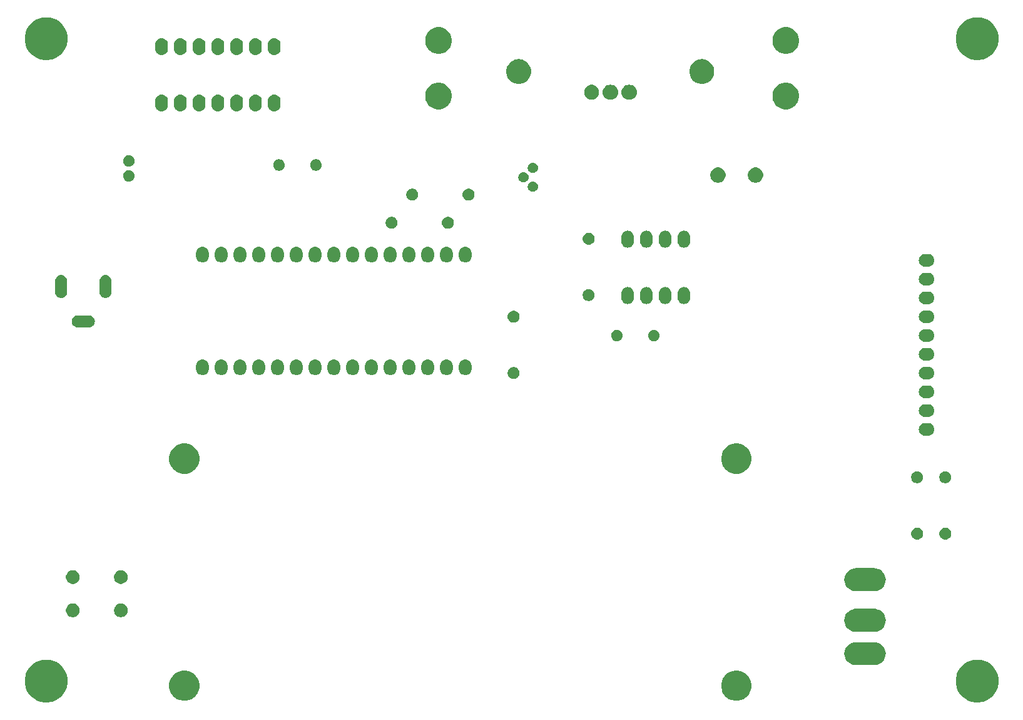
<source format=gbr>
G04 #@! TF.GenerationSoftware,KiCad,Pcbnew,(5.1.4)-1*
G04 #@! TF.CreationDate,2020-07-21T13:34:30-04:00*
G04 #@! TF.ProjectId,DC_LOAD_V01,44435f4c-4f41-4445-9f56-30312e6b6963,V01*
G04 #@! TF.SameCoordinates,Original*
G04 #@! TF.FileFunction,Soldermask,Bot*
G04 #@! TF.FilePolarity,Negative*
%FSLAX46Y46*%
G04 Gerber Fmt 4.6, Leading zero omitted, Abs format (unit mm)*
G04 Created by KiCad (PCBNEW (5.1.4)-1) date 2020-07-21 13:34:30*
%MOMM*%
%LPD*%
G04 APERTURE LIST*
%ADD10C,0.100000*%
G04 APERTURE END LIST*
D10*
G36*
X207546279Y-136341858D02*
G01*
X207855899Y-136403445D01*
X208383665Y-136622053D01*
X208858642Y-136939423D01*
X209262577Y-137343358D01*
X209579947Y-137818335D01*
X209749174Y-138226884D01*
X209798555Y-138346102D01*
X209898486Y-138848487D01*
X209910000Y-138906375D01*
X209910000Y-139477625D01*
X209798555Y-140037899D01*
X209579947Y-140565665D01*
X209262577Y-141040642D01*
X208858642Y-141444577D01*
X208383665Y-141761947D01*
X208383664Y-141761948D01*
X208383663Y-141761948D01*
X208229085Y-141825976D01*
X207855899Y-141980555D01*
X207575762Y-142036278D01*
X207295626Y-142092000D01*
X206724374Y-142092000D01*
X206444238Y-142036278D01*
X206164101Y-141980555D01*
X205790915Y-141825976D01*
X205636337Y-141761948D01*
X205636336Y-141761948D01*
X205636335Y-141761947D01*
X205161358Y-141444577D01*
X204757423Y-141040642D01*
X204440053Y-140565665D01*
X204221445Y-140037899D01*
X204110000Y-139477625D01*
X204110000Y-138906375D01*
X204121515Y-138848487D01*
X204221445Y-138346102D01*
X204270827Y-138226884D01*
X204440053Y-137818335D01*
X204757423Y-137343358D01*
X205161358Y-136939423D01*
X205636335Y-136622053D01*
X206164101Y-136403445D01*
X206473721Y-136341858D01*
X206724374Y-136292000D01*
X207295626Y-136292000D01*
X207546279Y-136341858D01*
X207546279Y-136341858D01*
G37*
G36*
X81562279Y-136341858D02*
G01*
X81871899Y-136403445D01*
X82399665Y-136622053D01*
X82874642Y-136939423D01*
X83278577Y-137343358D01*
X83595947Y-137818335D01*
X83765174Y-138226884D01*
X83814555Y-138346102D01*
X83914486Y-138848487D01*
X83926000Y-138906375D01*
X83926000Y-139477625D01*
X83814555Y-140037899D01*
X83595947Y-140565665D01*
X83278577Y-141040642D01*
X82874642Y-141444577D01*
X82399665Y-141761947D01*
X82399664Y-141761948D01*
X82399663Y-141761948D01*
X82245085Y-141825976D01*
X81871899Y-141980555D01*
X81591762Y-142036278D01*
X81311626Y-142092000D01*
X80740374Y-142092000D01*
X80460238Y-142036278D01*
X80180101Y-141980555D01*
X79806915Y-141825976D01*
X79652337Y-141761948D01*
X79652336Y-141761948D01*
X79652335Y-141761947D01*
X79177358Y-141444577D01*
X78773423Y-141040642D01*
X78456053Y-140565665D01*
X78237445Y-140037899D01*
X78126000Y-139477625D01*
X78126000Y-138906375D01*
X78137515Y-138848487D01*
X78237445Y-138346102D01*
X78286827Y-138226884D01*
X78456053Y-137818335D01*
X78773423Y-137343358D01*
X79177358Y-136939423D01*
X79652335Y-136622053D01*
X80180101Y-136403445D01*
X80489721Y-136341858D01*
X80740374Y-136292000D01*
X81311626Y-136292000D01*
X81562279Y-136341858D01*
X81562279Y-136341858D01*
G37*
G36*
X175020254Y-137847818D02*
G01*
X175393511Y-138002426D01*
X175393513Y-138002427D01*
X175729436Y-138226884D01*
X176015116Y-138512564D01*
X176239574Y-138848489D01*
X176394182Y-139221746D01*
X176473000Y-139617993D01*
X176473000Y-140022007D01*
X176394182Y-140418254D01*
X176333123Y-140565663D01*
X176239573Y-140791513D01*
X176015116Y-141127436D01*
X175729436Y-141413116D01*
X175393513Y-141637573D01*
X175393512Y-141637574D01*
X175393511Y-141637574D01*
X175020254Y-141792182D01*
X174624007Y-141871000D01*
X174219993Y-141871000D01*
X173823746Y-141792182D01*
X173450489Y-141637574D01*
X173450488Y-141637574D01*
X173450487Y-141637573D01*
X173114564Y-141413116D01*
X172828884Y-141127436D01*
X172604427Y-140791513D01*
X172510877Y-140565663D01*
X172449818Y-140418254D01*
X172371000Y-140022007D01*
X172371000Y-139617993D01*
X172449818Y-139221746D01*
X172604426Y-138848489D01*
X172828884Y-138512564D01*
X173114564Y-138226884D01*
X173450487Y-138002427D01*
X173450489Y-138002426D01*
X173823746Y-137847818D01*
X174219993Y-137769000D01*
X174624007Y-137769000D01*
X175020254Y-137847818D01*
X175020254Y-137847818D01*
G37*
G36*
X100320254Y-137847818D02*
G01*
X100693511Y-138002426D01*
X100693513Y-138002427D01*
X101029436Y-138226884D01*
X101315116Y-138512564D01*
X101539574Y-138848489D01*
X101694182Y-139221746D01*
X101773000Y-139617993D01*
X101773000Y-140022007D01*
X101694182Y-140418254D01*
X101633123Y-140565663D01*
X101539573Y-140791513D01*
X101315116Y-141127436D01*
X101029436Y-141413116D01*
X100693513Y-141637573D01*
X100693512Y-141637574D01*
X100693511Y-141637574D01*
X100320254Y-141792182D01*
X99924007Y-141871000D01*
X99519993Y-141871000D01*
X99123746Y-141792182D01*
X98750489Y-141637574D01*
X98750488Y-141637574D01*
X98750487Y-141637573D01*
X98414564Y-141413116D01*
X98128884Y-141127436D01*
X97904427Y-140791513D01*
X97810877Y-140565663D01*
X97749818Y-140418254D01*
X97671000Y-140022007D01*
X97671000Y-139617993D01*
X97749818Y-139221746D01*
X97904426Y-138848489D01*
X98128884Y-138512564D01*
X98414564Y-138226884D01*
X98750487Y-138002427D01*
X98750489Y-138002426D01*
X99123746Y-137847818D01*
X99519993Y-137769000D01*
X99924007Y-137769000D01*
X100320254Y-137847818D01*
X100320254Y-137847818D01*
G37*
G36*
X193235643Y-133932481D02*
G01*
X193387549Y-133947442D01*
X193679914Y-134036130D01*
X193679916Y-134036131D01*
X193949358Y-134180150D01*
X194185529Y-134373971D01*
X194379350Y-134610142D01*
X194523369Y-134879584D01*
X194523370Y-134879586D01*
X194612058Y-135171951D01*
X194642004Y-135476000D01*
X194612058Y-135780049D01*
X194523370Y-136072414D01*
X194523369Y-136072416D01*
X194379350Y-136341858D01*
X194185529Y-136578029D01*
X193949358Y-136771850D01*
X193679916Y-136915869D01*
X193679914Y-136915870D01*
X193387549Y-137004558D01*
X193235643Y-137019519D01*
X193159691Y-137027000D01*
X190507309Y-137027000D01*
X190431357Y-137019519D01*
X190279451Y-137004558D01*
X189987086Y-136915870D01*
X189987084Y-136915869D01*
X189717642Y-136771850D01*
X189481471Y-136578029D01*
X189287650Y-136341858D01*
X189143631Y-136072416D01*
X189143630Y-136072414D01*
X189054942Y-135780049D01*
X189024996Y-135476000D01*
X189054942Y-135171951D01*
X189143630Y-134879586D01*
X189143631Y-134879584D01*
X189287650Y-134610142D01*
X189481471Y-134373971D01*
X189717642Y-134180150D01*
X189987084Y-134036131D01*
X189987086Y-134036130D01*
X190279451Y-133947442D01*
X190431357Y-133932481D01*
X190507309Y-133925000D01*
X193159691Y-133925000D01*
X193235643Y-133932481D01*
X193235643Y-133932481D01*
G37*
G36*
X193235643Y-129432481D02*
G01*
X193387549Y-129447442D01*
X193679914Y-129536130D01*
X193679916Y-129536131D01*
X193949358Y-129680150D01*
X194185529Y-129873971D01*
X194379350Y-130110142D01*
X194507701Y-130350271D01*
X194523370Y-130379586D01*
X194612058Y-130671951D01*
X194642004Y-130976000D01*
X194612058Y-131280049D01*
X194523370Y-131572414D01*
X194523369Y-131572416D01*
X194379350Y-131841858D01*
X194185529Y-132078029D01*
X193949358Y-132271850D01*
X193679916Y-132415869D01*
X193679914Y-132415870D01*
X193387549Y-132504558D01*
X193235643Y-132519519D01*
X193159691Y-132527000D01*
X190507309Y-132527000D01*
X190431357Y-132519519D01*
X190279451Y-132504558D01*
X189987086Y-132415870D01*
X189987084Y-132415869D01*
X189717642Y-132271850D01*
X189481471Y-132078029D01*
X189287650Y-131841858D01*
X189143631Y-131572416D01*
X189143630Y-131572414D01*
X189054942Y-131280049D01*
X189024996Y-130976000D01*
X189054942Y-130671951D01*
X189143630Y-130379586D01*
X189159299Y-130350271D01*
X189287650Y-130110142D01*
X189481471Y-129873971D01*
X189717642Y-129680150D01*
X189987084Y-129536131D01*
X189987086Y-129536130D01*
X190279451Y-129447442D01*
X190431357Y-129432481D01*
X190507309Y-129425000D01*
X193159691Y-129425000D01*
X193235643Y-129432481D01*
X193235643Y-129432481D01*
G37*
G36*
X91404104Y-128740585D02*
G01*
X91572626Y-128810389D01*
X91724291Y-128911728D01*
X91853272Y-129040709D01*
X91954611Y-129192374D01*
X92024415Y-129360896D01*
X92060000Y-129539797D01*
X92060000Y-129722203D01*
X92024415Y-129901104D01*
X91954611Y-130069626D01*
X91853272Y-130221291D01*
X91724291Y-130350272D01*
X91572626Y-130451611D01*
X91404104Y-130521415D01*
X91225203Y-130557000D01*
X91042797Y-130557000D01*
X90863896Y-130521415D01*
X90695374Y-130451611D01*
X90543709Y-130350272D01*
X90414728Y-130221291D01*
X90313389Y-130069626D01*
X90243585Y-129901104D01*
X90208000Y-129722203D01*
X90208000Y-129539797D01*
X90243585Y-129360896D01*
X90313389Y-129192374D01*
X90414728Y-129040709D01*
X90543709Y-128911728D01*
X90695374Y-128810389D01*
X90863896Y-128740585D01*
X91042797Y-128705000D01*
X91225203Y-128705000D01*
X91404104Y-128740585D01*
X91404104Y-128740585D01*
G37*
G36*
X84904104Y-128740585D02*
G01*
X85072626Y-128810389D01*
X85224291Y-128911728D01*
X85353272Y-129040709D01*
X85454611Y-129192374D01*
X85524415Y-129360896D01*
X85560000Y-129539797D01*
X85560000Y-129722203D01*
X85524415Y-129901104D01*
X85454611Y-130069626D01*
X85353272Y-130221291D01*
X85224291Y-130350272D01*
X85072626Y-130451611D01*
X84904104Y-130521415D01*
X84725203Y-130557000D01*
X84542797Y-130557000D01*
X84363896Y-130521415D01*
X84195374Y-130451611D01*
X84043709Y-130350272D01*
X83914728Y-130221291D01*
X83813389Y-130069626D01*
X83743585Y-129901104D01*
X83708000Y-129722203D01*
X83708000Y-129539797D01*
X83743585Y-129360896D01*
X83813389Y-129192374D01*
X83914728Y-129040709D01*
X84043709Y-128911728D01*
X84195374Y-128810389D01*
X84363896Y-128740585D01*
X84542797Y-128705000D01*
X84725203Y-128705000D01*
X84904104Y-128740585D01*
X84904104Y-128740585D01*
G37*
G36*
X193235643Y-123932481D02*
G01*
X193387549Y-123947442D01*
X193679914Y-124036130D01*
X193679916Y-124036131D01*
X193949358Y-124180150D01*
X194185529Y-124373971D01*
X194379350Y-124610142D01*
X194423304Y-124692375D01*
X194523370Y-124879586D01*
X194612058Y-125171951D01*
X194642004Y-125476000D01*
X194612058Y-125780049D01*
X194523370Y-126072414D01*
X194523369Y-126072416D01*
X194379350Y-126341858D01*
X194185529Y-126578029D01*
X193949358Y-126771850D01*
X193679916Y-126915869D01*
X193679914Y-126915870D01*
X193387549Y-127004558D01*
X193235643Y-127019519D01*
X193159691Y-127027000D01*
X190507309Y-127027000D01*
X190431357Y-127019519D01*
X190279451Y-127004558D01*
X189987086Y-126915870D01*
X189987084Y-126915869D01*
X189717642Y-126771850D01*
X189481471Y-126578029D01*
X189287650Y-126341858D01*
X189143631Y-126072416D01*
X189143630Y-126072414D01*
X189054942Y-125780049D01*
X189024996Y-125476000D01*
X189054942Y-125171951D01*
X189143630Y-124879586D01*
X189243696Y-124692375D01*
X189287650Y-124610142D01*
X189481471Y-124373971D01*
X189717642Y-124180150D01*
X189987084Y-124036131D01*
X189987086Y-124036130D01*
X190279451Y-123947442D01*
X190431357Y-123932481D01*
X190507309Y-123925000D01*
X193159691Y-123925000D01*
X193235643Y-123932481D01*
X193235643Y-123932481D01*
G37*
G36*
X84904104Y-124240585D02*
G01*
X85072626Y-124310389D01*
X85224291Y-124411728D01*
X85353272Y-124540709D01*
X85454611Y-124692374D01*
X85524415Y-124860896D01*
X85560000Y-125039797D01*
X85560000Y-125222203D01*
X85524415Y-125401104D01*
X85454611Y-125569626D01*
X85353272Y-125721291D01*
X85224291Y-125850272D01*
X85072626Y-125951611D01*
X84904104Y-126021415D01*
X84725203Y-126057000D01*
X84542797Y-126057000D01*
X84363896Y-126021415D01*
X84195374Y-125951611D01*
X84043709Y-125850272D01*
X83914728Y-125721291D01*
X83813389Y-125569626D01*
X83743585Y-125401104D01*
X83708000Y-125222203D01*
X83708000Y-125039797D01*
X83743585Y-124860896D01*
X83813389Y-124692374D01*
X83914728Y-124540709D01*
X84043709Y-124411728D01*
X84195374Y-124310389D01*
X84363896Y-124240585D01*
X84542797Y-124205000D01*
X84725203Y-124205000D01*
X84904104Y-124240585D01*
X84904104Y-124240585D01*
G37*
G36*
X91404104Y-124240585D02*
G01*
X91572626Y-124310389D01*
X91724291Y-124411728D01*
X91853272Y-124540709D01*
X91954611Y-124692374D01*
X92024415Y-124860896D01*
X92060000Y-125039797D01*
X92060000Y-125222203D01*
X92024415Y-125401104D01*
X91954611Y-125569626D01*
X91853272Y-125721291D01*
X91724291Y-125850272D01*
X91572626Y-125951611D01*
X91404104Y-126021415D01*
X91225203Y-126057000D01*
X91042797Y-126057000D01*
X90863896Y-126021415D01*
X90695374Y-125951611D01*
X90543709Y-125850272D01*
X90414728Y-125721291D01*
X90313389Y-125569626D01*
X90243585Y-125401104D01*
X90208000Y-125222203D01*
X90208000Y-125039797D01*
X90243585Y-124860896D01*
X90313389Y-124692374D01*
X90414728Y-124540709D01*
X90543709Y-124411728D01*
X90695374Y-124310389D01*
X90863896Y-124240585D01*
X91042797Y-124205000D01*
X91225203Y-124205000D01*
X91404104Y-124240585D01*
X91404104Y-124240585D01*
G37*
G36*
X198960571Y-118455863D02*
G01*
X199039023Y-118463590D01*
X199139682Y-118494125D01*
X199190013Y-118509392D01*
X199329165Y-118583771D01*
X199451133Y-118683867D01*
X199551229Y-118805835D01*
X199625608Y-118944987D01*
X199625608Y-118944988D01*
X199671410Y-119095977D01*
X199686875Y-119253000D01*
X199671410Y-119410023D01*
X199640875Y-119510682D01*
X199625608Y-119561013D01*
X199551229Y-119700165D01*
X199451133Y-119822133D01*
X199329165Y-119922229D01*
X199190013Y-119996608D01*
X199139682Y-120011875D01*
X199039023Y-120042410D01*
X198960571Y-120050137D01*
X198921346Y-120054000D01*
X198842654Y-120054000D01*
X198803429Y-120050137D01*
X198724977Y-120042410D01*
X198624318Y-120011875D01*
X198573987Y-119996608D01*
X198434835Y-119922229D01*
X198312867Y-119822133D01*
X198212771Y-119700165D01*
X198138392Y-119561013D01*
X198123125Y-119510682D01*
X198092590Y-119410023D01*
X198077125Y-119253000D01*
X198092590Y-119095977D01*
X198138392Y-118944988D01*
X198138392Y-118944987D01*
X198212771Y-118805835D01*
X198312867Y-118683867D01*
X198434835Y-118583771D01*
X198573987Y-118509392D01*
X198624318Y-118494125D01*
X198724977Y-118463590D01*
X198803429Y-118455863D01*
X198842654Y-118452000D01*
X198921346Y-118452000D01*
X198960571Y-118455863D01*
X198960571Y-118455863D01*
G37*
G36*
X202770571Y-118455863D02*
G01*
X202849023Y-118463590D01*
X202949682Y-118494125D01*
X203000013Y-118509392D01*
X203139165Y-118583771D01*
X203261133Y-118683867D01*
X203361229Y-118805835D01*
X203435608Y-118944987D01*
X203435608Y-118944988D01*
X203481410Y-119095977D01*
X203496875Y-119253000D01*
X203481410Y-119410023D01*
X203450875Y-119510682D01*
X203435608Y-119561013D01*
X203361229Y-119700165D01*
X203261133Y-119822133D01*
X203139165Y-119922229D01*
X203000013Y-119996608D01*
X202949682Y-120011875D01*
X202849023Y-120042410D01*
X202770571Y-120050137D01*
X202731346Y-120054000D01*
X202652654Y-120054000D01*
X202613429Y-120050137D01*
X202534977Y-120042410D01*
X202434318Y-120011875D01*
X202383987Y-119996608D01*
X202244835Y-119922229D01*
X202122867Y-119822133D01*
X202022771Y-119700165D01*
X201948392Y-119561013D01*
X201933125Y-119510682D01*
X201902590Y-119410023D01*
X201887125Y-119253000D01*
X201902590Y-119095977D01*
X201948392Y-118944988D01*
X201948392Y-118944987D01*
X202022771Y-118805835D01*
X202122867Y-118683867D01*
X202244835Y-118583771D01*
X202383987Y-118509392D01*
X202434318Y-118494125D01*
X202534977Y-118463590D01*
X202613429Y-118455863D01*
X202652654Y-118452000D01*
X202731346Y-118452000D01*
X202770571Y-118455863D01*
X202770571Y-118455863D01*
G37*
G36*
X202925642Y-110862781D02*
G01*
X203071414Y-110923162D01*
X203071416Y-110923163D01*
X203202608Y-111010822D01*
X203314178Y-111122392D01*
X203401837Y-111253584D01*
X203401838Y-111253586D01*
X203462219Y-111399358D01*
X203493000Y-111554107D01*
X203493000Y-111711893D01*
X203462219Y-111866642D01*
X203401838Y-112012414D01*
X203401837Y-112012416D01*
X203314178Y-112143608D01*
X203202608Y-112255178D01*
X203071416Y-112342837D01*
X203071415Y-112342838D01*
X203071414Y-112342838D01*
X202925642Y-112403219D01*
X202770893Y-112434000D01*
X202613107Y-112434000D01*
X202458358Y-112403219D01*
X202312586Y-112342838D01*
X202312585Y-112342838D01*
X202312584Y-112342837D01*
X202181392Y-112255178D01*
X202069822Y-112143608D01*
X201982163Y-112012416D01*
X201982162Y-112012414D01*
X201921781Y-111866642D01*
X201891000Y-111711893D01*
X201891000Y-111554107D01*
X201921781Y-111399358D01*
X201982162Y-111253586D01*
X201982163Y-111253584D01*
X202069822Y-111122392D01*
X202181392Y-111010822D01*
X202312584Y-110923163D01*
X202312586Y-110923162D01*
X202458358Y-110862781D01*
X202613107Y-110832000D01*
X202770893Y-110832000D01*
X202925642Y-110862781D01*
X202925642Y-110862781D01*
G37*
G36*
X199115642Y-110862781D02*
G01*
X199261414Y-110923162D01*
X199261416Y-110923163D01*
X199392608Y-111010822D01*
X199504178Y-111122392D01*
X199591837Y-111253584D01*
X199591838Y-111253586D01*
X199652219Y-111399358D01*
X199683000Y-111554107D01*
X199683000Y-111711893D01*
X199652219Y-111866642D01*
X199591838Y-112012414D01*
X199591837Y-112012416D01*
X199504178Y-112143608D01*
X199392608Y-112255178D01*
X199261416Y-112342837D01*
X199261415Y-112342838D01*
X199261414Y-112342838D01*
X199115642Y-112403219D01*
X198960893Y-112434000D01*
X198803107Y-112434000D01*
X198648358Y-112403219D01*
X198502586Y-112342838D01*
X198502585Y-112342838D01*
X198502584Y-112342837D01*
X198371392Y-112255178D01*
X198259822Y-112143608D01*
X198172163Y-112012416D01*
X198172162Y-112012414D01*
X198111781Y-111866642D01*
X198081000Y-111711893D01*
X198081000Y-111554107D01*
X198111781Y-111399358D01*
X198172162Y-111253586D01*
X198172163Y-111253584D01*
X198259822Y-111122392D01*
X198371392Y-111010822D01*
X198502584Y-110923163D01*
X198502586Y-110923162D01*
X198648358Y-110862781D01*
X198803107Y-110832000D01*
X198960893Y-110832000D01*
X199115642Y-110862781D01*
X199115642Y-110862781D01*
G37*
G36*
X175020254Y-107147818D02*
G01*
X175393511Y-107302426D01*
X175393513Y-107302427D01*
X175729436Y-107526884D01*
X176015116Y-107812564D01*
X176239574Y-108148489D01*
X176394182Y-108521746D01*
X176473000Y-108917993D01*
X176473000Y-109322007D01*
X176394182Y-109718254D01*
X176239574Y-110091511D01*
X176239573Y-110091513D01*
X176015116Y-110427436D01*
X175729436Y-110713116D01*
X175393513Y-110937573D01*
X175393512Y-110937574D01*
X175393511Y-110937574D01*
X175020254Y-111092182D01*
X174624007Y-111171000D01*
X174219993Y-111171000D01*
X173823746Y-111092182D01*
X173450489Y-110937574D01*
X173450488Y-110937574D01*
X173450487Y-110937573D01*
X173114564Y-110713116D01*
X172828884Y-110427436D01*
X172604427Y-110091513D01*
X172604426Y-110091511D01*
X172449818Y-109718254D01*
X172371000Y-109322007D01*
X172371000Y-108917993D01*
X172449818Y-108521746D01*
X172604426Y-108148489D01*
X172828884Y-107812564D01*
X173114564Y-107526884D01*
X173450487Y-107302427D01*
X173450489Y-107302426D01*
X173823746Y-107147818D01*
X174219993Y-107069000D01*
X174624007Y-107069000D01*
X175020254Y-107147818D01*
X175020254Y-107147818D01*
G37*
G36*
X100320254Y-107147818D02*
G01*
X100693511Y-107302426D01*
X100693513Y-107302427D01*
X101029436Y-107526884D01*
X101315116Y-107812564D01*
X101539574Y-108148489D01*
X101694182Y-108521746D01*
X101773000Y-108917993D01*
X101773000Y-109322007D01*
X101694182Y-109718254D01*
X101539574Y-110091511D01*
X101539573Y-110091513D01*
X101315116Y-110427436D01*
X101029436Y-110713116D01*
X100693513Y-110937573D01*
X100693512Y-110937574D01*
X100693511Y-110937574D01*
X100320254Y-111092182D01*
X99924007Y-111171000D01*
X99519993Y-111171000D01*
X99123746Y-111092182D01*
X98750489Y-110937574D01*
X98750488Y-110937574D01*
X98750487Y-110937573D01*
X98414564Y-110713116D01*
X98128884Y-110427436D01*
X97904427Y-110091513D01*
X97904426Y-110091511D01*
X97749818Y-109718254D01*
X97671000Y-109322007D01*
X97671000Y-108917993D01*
X97749818Y-108521746D01*
X97904426Y-108148489D01*
X98128884Y-107812564D01*
X98414564Y-107526884D01*
X98750487Y-107302427D01*
X98750489Y-107302426D01*
X99123746Y-107147818D01*
X99519993Y-107069000D01*
X99924007Y-107069000D01*
X100320254Y-107147818D01*
X100320254Y-107147818D01*
G37*
G36*
X200518823Y-104317313D02*
G01*
X200679242Y-104365976D01*
X200811906Y-104436886D01*
X200827078Y-104444996D01*
X200956659Y-104551341D01*
X201063004Y-104680922D01*
X201063005Y-104680924D01*
X201142024Y-104828758D01*
X201190687Y-104989177D01*
X201207117Y-105156000D01*
X201190687Y-105322823D01*
X201142024Y-105483242D01*
X201071114Y-105615906D01*
X201063004Y-105631078D01*
X200956659Y-105760659D01*
X200827078Y-105867004D01*
X200827076Y-105867005D01*
X200679242Y-105946024D01*
X200518823Y-105994687D01*
X200393804Y-106007000D01*
X199910196Y-106007000D01*
X199785177Y-105994687D01*
X199624758Y-105946024D01*
X199476924Y-105867005D01*
X199476922Y-105867004D01*
X199347341Y-105760659D01*
X199240996Y-105631078D01*
X199232886Y-105615906D01*
X199161976Y-105483242D01*
X199113313Y-105322823D01*
X199096883Y-105156000D01*
X199113313Y-104989177D01*
X199161976Y-104828758D01*
X199240995Y-104680924D01*
X199240996Y-104680922D01*
X199347341Y-104551341D01*
X199476922Y-104444996D01*
X199492094Y-104436886D01*
X199624758Y-104365976D01*
X199785177Y-104317313D01*
X199910196Y-104305000D01*
X200393804Y-104305000D01*
X200518823Y-104317313D01*
X200518823Y-104317313D01*
G37*
G36*
X200518823Y-101777313D02*
G01*
X200679242Y-101825976D01*
X200811906Y-101896886D01*
X200827078Y-101904996D01*
X200956659Y-102011341D01*
X201063004Y-102140922D01*
X201063005Y-102140924D01*
X201142024Y-102288758D01*
X201190687Y-102449177D01*
X201207117Y-102616000D01*
X201190687Y-102782823D01*
X201142024Y-102943242D01*
X201071114Y-103075906D01*
X201063004Y-103091078D01*
X200956659Y-103220659D01*
X200827078Y-103327004D01*
X200827076Y-103327005D01*
X200679242Y-103406024D01*
X200518823Y-103454687D01*
X200393804Y-103467000D01*
X199910196Y-103467000D01*
X199785177Y-103454687D01*
X199624758Y-103406024D01*
X199476924Y-103327005D01*
X199476922Y-103327004D01*
X199347341Y-103220659D01*
X199240996Y-103091078D01*
X199232886Y-103075906D01*
X199161976Y-102943242D01*
X199113313Y-102782823D01*
X199096883Y-102616000D01*
X199113313Y-102449177D01*
X199161976Y-102288758D01*
X199240995Y-102140924D01*
X199240996Y-102140922D01*
X199347341Y-102011341D01*
X199476922Y-101904996D01*
X199492094Y-101896886D01*
X199624758Y-101825976D01*
X199785177Y-101777313D01*
X199910196Y-101765000D01*
X200393804Y-101765000D01*
X200518823Y-101777313D01*
X200518823Y-101777313D01*
G37*
G36*
X200518823Y-99237313D02*
G01*
X200679242Y-99285976D01*
X200811906Y-99356886D01*
X200827078Y-99364996D01*
X200956659Y-99471341D01*
X201063004Y-99600922D01*
X201063005Y-99600924D01*
X201142024Y-99748758D01*
X201190687Y-99909177D01*
X201207117Y-100076000D01*
X201190687Y-100242823D01*
X201142024Y-100403242D01*
X201071114Y-100535906D01*
X201063004Y-100551078D01*
X200956659Y-100680659D01*
X200827078Y-100787004D01*
X200827076Y-100787005D01*
X200679242Y-100866024D01*
X200518823Y-100914687D01*
X200393804Y-100927000D01*
X199910196Y-100927000D01*
X199785177Y-100914687D01*
X199624758Y-100866024D01*
X199476924Y-100787005D01*
X199476922Y-100787004D01*
X199347341Y-100680659D01*
X199240996Y-100551078D01*
X199232886Y-100535906D01*
X199161976Y-100403242D01*
X199113313Y-100242823D01*
X199096883Y-100076000D01*
X199113313Y-99909177D01*
X199161976Y-99748758D01*
X199240995Y-99600924D01*
X199240996Y-99600922D01*
X199347341Y-99471341D01*
X199476922Y-99364996D01*
X199492094Y-99356886D01*
X199624758Y-99285976D01*
X199785177Y-99237313D01*
X199910196Y-99225000D01*
X200393804Y-99225000D01*
X200518823Y-99237313D01*
X200518823Y-99237313D01*
G37*
G36*
X200518823Y-96697313D02*
G01*
X200679242Y-96745976D01*
X200716296Y-96765782D01*
X200827078Y-96824996D01*
X200956659Y-96931341D01*
X201063004Y-97060922D01*
X201063005Y-97060924D01*
X201142024Y-97208758D01*
X201190687Y-97369177D01*
X201207117Y-97536000D01*
X201190687Y-97702823D01*
X201142024Y-97863242D01*
X201114137Y-97915414D01*
X201063004Y-98011078D01*
X200956659Y-98140659D01*
X200827078Y-98247004D01*
X200827076Y-98247005D01*
X200679242Y-98326024D01*
X200518823Y-98374687D01*
X200393804Y-98387000D01*
X199910196Y-98387000D01*
X199785177Y-98374687D01*
X199624758Y-98326024D01*
X199476924Y-98247005D01*
X199476922Y-98247004D01*
X199347341Y-98140659D01*
X199240996Y-98011078D01*
X199189863Y-97915414D01*
X199161976Y-97863242D01*
X199113313Y-97702823D01*
X199096883Y-97536000D01*
X199113313Y-97369177D01*
X199161976Y-97208758D01*
X199240995Y-97060924D01*
X199240996Y-97060922D01*
X199347341Y-96931341D01*
X199476922Y-96824996D01*
X199587704Y-96765782D01*
X199624758Y-96745976D01*
X199785177Y-96697313D01*
X199910196Y-96685000D01*
X200393804Y-96685000D01*
X200518823Y-96697313D01*
X200518823Y-96697313D01*
G37*
G36*
X144505642Y-96765781D02*
G01*
X144648599Y-96824996D01*
X144651416Y-96826163D01*
X144782608Y-96913822D01*
X144894178Y-97025392D01*
X144971307Y-97140825D01*
X144981838Y-97156586D01*
X145042219Y-97302358D01*
X145073000Y-97457107D01*
X145073000Y-97614893D01*
X145042219Y-97769642D01*
X145003448Y-97863242D01*
X144981837Y-97915416D01*
X144894178Y-98046608D01*
X144782608Y-98158178D01*
X144651416Y-98245837D01*
X144651415Y-98245838D01*
X144651414Y-98245838D01*
X144505642Y-98306219D01*
X144350893Y-98337000D01*
X144193107Y-98337000D01*
X144038358Y-98306219D01*
X143892586Y-98245838D01*
X143892585Y-98245838D01*
X143892584Y-98245837D01*
X143761392Y-98158178D01*
X143649822Y-98046608D01*
X143562163Y-97915416D01*
X143540552Y-97863242D01*
X143501781Y-97769642D01*
X143471000Y-97614893D01*
X143471000Y-97457107D01*
X143501781Y-97302358D01*
X143562162Y-97156586D01*
X143572693Y-97140825D01*
X143649822Y-97025392D01*
X143761392Y-96913822D01*
X143892584Y-96826163D01*
X143895401Y-96824996D01*
X144038358Y-96765781D01*
X144193107Y-96735000D01*
X144350893Y-96735000D01*
X144505642Y-96765781D01*
X144505642Y-96765781D01*
G37*
G36*
X112498323Y-95735313D02*
G01*
X112658742Y-95783976D01*
X112776651Y-95847000D01*
X112806578Y-95862996D01*
X112936159Y-95969341D01*
X113042504Y-96098922D01*
X113042505Y-96098924D01*
X113121524Y-96246758D01*
X113170187Y-96407178D01*
X113182500Y-96532197D01*
X113182500Y-97015804D01*
X113170187Y-97140823D01*
X113121524Y-97301242D01*
X113120927Y-97302358D01*
X113042504Y-97449078D01*
X112936159Y-97578659D01*
X112806577Y-97685005D01*
X112658741Y-97764024D01*
X112498322Y-97812687D01*
X112331500Y-97829117D01*
X112164677Y-97812687D01*
X112004258Y-97764024D01*
X111856424Y-97685005D01*
X111856422Y-97685004D01*
X111726841Y-97578659D01*
X111620495Y-97449077D01*
X111541476Y-97301241D01*
X111492813Y-97140822D01*
X111480500Y-97015803D01*
X111480500Y-96532196D01*
X111492813Y-96407177D01*
X111541476Y-96246758D01*
X111620495Y-96098924D01*
X111620496Y-96098922D01*
X111726842Y-95969341D01*
X111856423Y-95862996D01*
X111886350Y-95847000D01*
X112004259Y-95783976D01*
X112164678Y-95735313D01*
X112331500Y-95718883D01*
X112498323Y-95735313D01*
X112498323Y-95735313D01*
G37*
G36*
X102338323Y-95735313D02*
G01*
X102498742Y-95783976D01*
X102616651Y-95847000D01*
X102646578Y-95862996D01*
X102776159Y-95969341D01*
X102882504Y-96098922D01*
X102882505Y-96098924D01*
X102961524Y-96246758D01*
X103010187Y-96407178D01*
X103022500Y-96532197D01*
X103022500Y-97015804D01*
X103010187Y-97140823D01*
X102961524Y-97301242D01*
X102960927Y-97302358D01*
X102882504Y-97449078D01*
X102776159Y-97578659D01*
X102646577Y-97685005D01*
X102498741Y-97764024D01*
X102338322Y-97812687D01*
X102171500Y-97829117D01*
X102004677Y-97812687D01*
X101844258Y-97764024D01*
X101696424Y-97685005D01*
X101696422Y-97685004D01*
X101566841Y-97578659D01*
X101460495Y-97449077D01*
X101381476Y-97301241D01*
X101332813Y-97140822D01*
X101320500Y-97015803D01*
X101320500Y-96532196D01*
X101332813Y-96407177D01*
X101381476Y-96246758D01*
X101460495Y-96098924D01*
X101460496Y-96098922D01*
X101566842Y-95969341D01*
X101696423Y-95862996D01*
X101726350Y-95847000D01*
X101844259Y-95783976D01*
X102004678Y-95735313D01*
X102171500Y-95718883D01*
X102338323Y-95735313D01*
X102338323Y-95735313D01*
G37*
G36*
X137898323Y-95735313D02*
G01*
X138058742Y-95783976D01*
X138176651Y-95847000D01*
X138206578Y-95862996D01*
X138336159Y-95969341D01*
X138442504Y-96098922D01*
X138442505Y-96098924D01*
X138521524Y-96246758D01*
X138570187Y-96407178D01*
X138582500Y-96532197D01*
X138582500Y-97015804D01*
X138570187Y-97140823D01*
X138521524Y-97301242D01*
X138520927Y-97302358D01*
X138442504Y-97449078D01*
X138336159Y-97578659D01*
X138206577Y-97685005D01*
X138058741Y-97764024D01*
X137898322Y-97812687D01*
X137731500Y-97829117D01*
X137564677Y-97812687D01*
X137404258Y-97764024D01*
X137256424Y-97685005D01*
X137256422Y-97685004D01*
X137126841Y-97578659D01*
X137020495Y-97449077D01*
X136941476Y-97301241D01*
X136892813Y-97140822D01*
X136880500Y-97015803D01*
X136880500Y-96532196D01*
X136892813Y-96407177D01*
X136941476Y-96246758D01*
X137020495Y-96098924D01*
X137020496Y-96098922D01*
X137126842Y-95969341D01*
X137256423Y-95862996D01*
X137286350Y-95847000D01*
X137404259Y-95783976D01*
X137564678Y-95735313D01*
X137731500Y-95718883D01*
X137898323Y-95735313D01*
X137898323Y-95735313D01*
G37*
G36*
X132818323Y-95735313D02*
G01*
X132978742Y-95783976D01*
X133096651Y-95847000D01*
X133126578Y-95862996D01*
X133256159Y-95969341D01*
X133362504Y-96098922D01*
X133362505Y-96098924D01*
X133441524Y-96246758D01*
X133490187Y-96407178D01*
X133502500Y-96532197D01*
X133502500Y-97015804D01*
X133490187Y-97140823D01*
X133441524Y-97301242D01*
X133440927Y-97302358D01*
X133362504Y-97449078D01*
X133256159Y-97578659D01*
X133126577Y-97685005D01*
X132978741Y-97764024D01*
X132818322Y-97812687D01*
X132651500Y-97829117D01*
X132484677Y-97812687D01*
X132324258Y-97764024D01*
X132176424Y-97685005D01*
X132176422Y-97685004D01*
X132046841Y-97578659D01*
X131940495Y-97449077D01*
X131861476Y-97301241D01*
X131812813Y-97140822D01*
X131800500Y-97015803D01*
X131800500Y-96532196D01*
X131812813Y-96407177D01*
X131861476Y-96246758D01*
X131940495Y-96098924D01*
X131940496Y-96098922D01*
X132046842Y-95969341D01*
X132176423Y-95862996D01*
X132206350Y-95847000D01*
X132324259Y-95783976D01*
X132484678Y-95735313D01*
X132651500Y-95718883D01*
X132818323Y-95735313D01*
X132818323Y-95735313D01*
G37*
G36*
X135358323Y-95735313D02*
G01*
X135518742Y-95783976D01*
X135636651Y-95847000D01*
X135666578Y-95862996D01*
X135796159Y-95969341D01*
X135902504Y-96098922D01*
X135902505Y-96098924D01*
X135981524Y-96246758D01*
X136030187Y-96407178D01*
X136042500Y-96532197D01*
X136042500Y-97015804D01*
X136030187Y-97140823D01*
X135981524Y-97301242D01*
X135980927Y-97302358D01*
X135902504Y-97449078D01*
X135796159Y-97578659D01*
X135666577Y-97685005D01*
X135518741Y-97764024D01*
X135358322Y-97812687D01*
X135191500Y-97829117D01*
X135024677Y-97812687D01*
X134864258Y-97764024D01*
X134716424Y-97685005D01*
X134716422Y-97685004D01*
X134586841Y-97578659D01*
X134480495Y-97449077D01*
X134401476Y-97301241D01*
X134352813Y-97140822D01*
X134340500Y-97015803D01*
X134340500Y-96532196D01*
X134352813Y-96407177D01*
X134401476Y-96246758D01*
X134480495Y-96098924D01*
X134480496Y-96098922D01*
X134586842Y-95969341D01*
X134716423Y-95862996D01*
X134746350Y-95847000D01*
X134864259Y-95783976D01*
X135024678Y-95735313D01*
X135191500Y-95718883D01*
X135358323Y-95735313D01*
X135358323Y-95735313D01*
G37*
G36*
X130278323Y-95735313D02*
G01*
X130438742Y-95783976D01*
X130556651Y-95847000D01*
X130586578Y-95862996D01*
X130716159Y-95969341D01*
X130822504Y-96098922D01*
X130822505Y-96098924D01*
X130901524Y-96246758D01*
X130950187Y-96407178D01*
X130962500Y-96532197D01*
X130962500Y-97015804D01*
X130950187Y-97140823D01*
X130901524Y-97301242D01*
X130900927Y-97302358D01*
X130822504Y-97449078D01*
X130716159Y-97578659D01*
X130586577Y-97685005D01*
X130438741Y-97764024D01*
X130278322Y-97812687D01*
X130111500Y-97829117D01*
X129944677Y-97812687D01*
X129784258Y-97764024D01*
X129636424Y-97685005D01*
X129636422Y-97685004D01*
X129506841Y-97578659D01*
X129400495Y-97449077D01*
X129321476Y-97301241D01*
X129272813Y-97140822D01*
X129260500Y-97015803D01*
X129260500Y-96532196D01*
X129272813Y-96407177D01*
X129321476Y-96246758D01*
X129400495Y-96098924D01*
X129400496Y-96098922D01*
X129506842Y-95969341D01*
X129636423Y-95862996D01*
X129666350Y-95847000D01*
X129784259Y-95783976D01*
X129944678Y-95735313D01*
X130111500Y-95718883D01*
X130278323Y-95735313D01*
X130278323Y-95735313D01*
G37*
G36*
X117578323Y-95735313D02*
G01*
X117738742Y-95783976D01*
X117856651Y-95847000D01*
X117886578Y-95862996D01*
X118016159Y-95969341D01*
X118122504Y-96098922D01*
X118122505Y-96098924D01*
X118201524Y-96246758D01*
X118250187Y-96407178D01*
X118262500Y-96532197D01*
X118262500Y-97015804D01*
X118250187Y-97140823D01*
X118201524Y-97301242D01*
X118200927Y-97302358D01*
X118122504Y-97449078D01*
X118016159Y-97578659D01*
X117886577Y-97685005D01*
X117738741Y-97764024D01*
X117578322Y-97812687D01*
X117411500Y-97829117D01*
X117244677Y-97812687D01*
X117084258Y-97764024D01*
X116936424Y-97685005D01*
X116936422Y-97685004D01*
X116806841Y-97578659D01*
X116700495Y-97449077D01*
X116621476Y-97301241D01*
X116572813Y-97140822D01*
X116560500Y-97015803D01*
X116560500Y-96532196D01*
X116572813Y-96407177D01*
X116621476Y-96246758D01*
X116700495Y-96098924D01*
X116700496Y-96098922D01*
X116806842Y-95969341D01*
X116936423Y-95862996D01*
X116966350Y-95847000D01*
X117084259Y-95783976D01*
X117244678Y-95735313D01*
X117411500Y-95718883D01*
X117578323Y-95735313D01*
X117578323Y-95735313D01*
G37*
G36*
X122658323Y-95735313D02*
G01*
X122818742Y-95783976D01*
X122936651Y-95847000D01*
X122966578Y-95862996D01*
X123096159Y-95969341D01*
X123202504Y-96098922D01*
X123202505Y-96098924D01*
X123281524Y-96246758D01*
X123330187Y-96407178D01*
X123342500Y-96532197D01*
X123342500Y-97015804D01*
X123330187Y-97140823D01*
X123281524Y-97301242D01*
X123280927Y-97302358D01*
X123202504Y-97449078D01*
X123096159Y-97578659D01*
X122966577Y-97685005D01*
X122818741Y-97764024D01*
X122658322Y-97812687D01*
X122491500Y-97829117D01*
X122324677Y-97812687D01*
X122164258Y-97764024D01*
X122016424Y-97685005D01*
X122016422Y-97685004D01*
X121886841Y-97578659D01*
X121780495Y-97449077D01*
X121701476Y-97301241D01*
X121652813Y-97140822D01*
X121640500Y-97015803D01*
X121640500Y-96532196D01*
X121652813Y-96407177D01*
X121701476Y-96246758D01*
X121780495Y-96098924D01*
X121780496Y-96098922D01*
X121886842Y-95969341D01*
X122016423Y-95862996D01*
X122046350Y-95847000D01*
X122164259Y-95783976D01*
X122324678Y-95735313D01*
X122491500Y-95718883D01*
X122658323Y-95735313D01*
X122658323Y-95735313D01*
G37*
G36*
X127738323Y-95735313D02*
G01*
X127898742Y-95783976D01*
X128016651Y-95847000D01*
X128046578Y-95862996D01*
X128176159Y-95969341D01*
X128282504Y-96098922D01*
X128282505Y-96098924D01*
X128361524Y-96246758D01*
X128410187Y-96407178D01*
X128422500Y-96532197D01*
X128422500Y-97015804D01*
X128410187Y-97140823D01*
X128361524Y-97301242D01*
X128360927Y-97302358D01*
X128282504Y-97449078D01*
X128176159Y-97578659D01*
X128046577Y-97685005D01*
X127898741Y-97764024D01*
X127738322Y-97812687D01*
X127571500Y-97829117D01*
X127404677Y-97812687D01*
X127244258Y-97764024D01*
X127096424Y-97685005D01*
X127096422Y-97685004D01*
X126966841Y-97578659D01*
X126860495Y-97449077D01*
X126781476Y-97301241D01*
X126732813Y-97140822D01*
X126720500Y-97015803D01*
X126720500Y-96532196D01*
X126732813Y-96407177D01*
X126781476Y-96246758D01*
X126860495Y-96098924D01*
X126860496Y-96098922D01*
X126966842Y-95969341D01*
X127096423Y-95862996D01*
X127126350Y-95847000D01*
X127244259Y-95783976D01*
X127404678Y-95735313D01*
X127571500Y-95718883D01*
X127738323Y-95735313D01*
X127738323Y-95735313D01*
G37*
G36*
X125198323Y-95735313D02*
G01*
X125358742Y-95783976D01*
X125476651Y-95847000D01*
X125506578Y-95862996D01*
X125636159Y-95969341D01*
X125742504Y-96098922D01*
X125742505Y-96098924D01*
X125821524Y-96246758D01*
X125870187Y-96407178D01*
X125882500Y-96532197D01*
X125882500Y-97015804D01*
X125870187Y-97140823D01*
X125821524Y-97301242D01*
X125820927Y-97302358D01*
X125742504Y-97449078D01*
X125636159Y-97578659D01*
X125506577Y-97685005D01*
X125358741Y-97764024D01*
X125198322Y-97812687D01*
X125031500Y-97829117D01*
X124864677Y-97812687D01*
X124704258Y-97764024D01*
X124556424Y-97685005D01*
X124556422Y-97685004D01*
X124426841Y-97578659D01*
X124320495Y-97449077D01*
X124241476Y-97301241D01*
X124192813Y-97140822D01*
X124180500Y-97015803D01*
X124180500Y-96532196D01*
X124192813Y-96407177D01*
X124241476Y-96246758D01*
X124320495Y-96098924D01*
X124320496Y-96098922D01*
X124426842Y-95969341D01*
X124556423Y-95862996D01*
X124586350Y-95847000D01*
X124704259Y-95783976D01*
X124864678Y-95735313D01*
X125031500Y-95718883D01*
X125198323Y-95735313D01*
X125198323Y-95735313D01*
G37*
G36*
X115038323Y-95735313D02*
G01*
X115198742Y-95783976D01*
X115316651Y-95847000D01*
X115346578Y-95862996D01*
X115476159Y-95969341D01*
X115582504Y-96098922D01*
X115582505Y-96098924D01*
X115661524Y-96246758D01*
X115710187Y-96407178D01*
X115722500Y-96532197D01*
X115722500Y-97015804D01*
X115710187Y-97140823D01*
X115661524Y-97301242D01*
X115660927Y-97302358D01*
X115582504Y-97449078D01*
X115476159Y-97578659D01*
X115346577Y-97685005D01*
X115198741Y-97764024D01*
X115038322Y-97812687D01*
X114871500Y-97829117D01*
X114704677Y-97812687D01*
X114544258Y-97764024D01*
X114396424Y-97685005D01*
X114396422Y-97685004D01*
X114266841Y-97578659D01*
X114160495Y-97449077D01*
X114081476Y-97301241D01*
X114032813Y-97140822D01*
X114020500Y-97015803D01*
X114020500Y-96532196D01*
X114032813Y-96407177D01*
X114081476Y-96246758D01*
X114160495Y-96098924D01*
X114160496Y-96098922D01*
X114266842Y-95969341D01*
X114396423Y-95862996D01*
X114426350Y-95847000D01*
X114544259Y-95783976D01*
X114704678Y-95735313D01*
X114871500Y-95718883D01*
X115038323Y-95735313D01*
X115038323Y-95735313D01*
G37*
G36*
X104878323Y-95735313D02*
G01*
X105038742Y-95783976D01*
X105156651Y-95847000D01*
X105186578Y-95862996D01*
X105316159Y-95969341D01*
X105422504Y-96098922D01*
X105422505Y-96098924D01*
X105501524Y-96246758D01*
X105550187Y-96407178D01*
X105562500Y-96532197D01*
X105562500Y-97015804D01*
X105550187Y-97140823D01*
X105501524Y-97301242D01*
X105500927Y-97302358D01*
X105422504Y-97449078D01*
X105316159Y-97578659D01*
X105186577Y-97685005D01*
X105038741Y-97764024D01*
X104878322Y-97812687D01*
X104711500Y-97829117D01*
X104544677Y-97812687D01*
X104384258Y-97764024D01*
X104236424Y-97685005D01*
X104236422Y-97685004D01*
X104106841Y-97578659D01*
X104000495Y-97449077D01*
X103921476Y-97301241D01*
X103872813Y-97140822D01*
X103860500Y-97015803D01*
X103860500Y-96532196D01*
X103872813Y-96407177D01*
X103921476Y-96246758D01*
X104000495Y-96098924D01*
X104000496Y-96098922D01*
X104106842Y-95969341D01*
X104236423Y-95862996D01*
X104266350Y-95847000D01*
X104384259Y-95783976D01*
X104544678Y-95735313D01*
X104711500Y-95718883D01*
X104878323Y-95735313D01*
X104878323Y-95735313D01*
G37*
G36*
X107418323Y-95735313D02*
G01*
X107578742Y-95783976D01*
X107696651Y-95847000D01*
X107726578Y-95862996D01*
X107856159Y-95969341D01*
X107962504Y-96098922D01*
X107962505Y-96098924D01*
X108041524Y-96246758D01*
X108090187Y-96407178D01*
X108102500Y-96532197D01*
X108102500Y-97015804D01*
X108090187Y-97140823D01*
X108041524Y-97301242D01*
X108040927Y-97302358D01*
X107962504Y-97449078D01*
X107856159Y-97578659D01*
X107726577Y-97685005D01*
X107578741Y-97764024D01*
X107418322Y-97812687D01*
X107251500Y-97829117D01*
X107084677Y-97812687D01*
X106924258Y-97764024D01*
X106776424Y-97685005D01*
X106776422Y-97685004D01*
X106646841Y-97578659D01*
X106540495Y-97449077D01*
X106461476Y-97301241D01*
X106412813Y-97140822D01*
X106400500Y-97015803D01*
X106400500Y-96532196D01*
X106412813Y-96407177D01*
X106461476Y-96246758D01*
X106540495Y-96098924D01*
X106540496Y-96098922D01*
X106646842Y-95969341D01*
X106776423Y-95862996D01*
X106806350Y-95847000D01*
X106924259Y-95783976D01*
X107084678Y-95735313D01*
X107251500Y-95718883D01*
X107418323Y-95735313D01*
X107418323Y-95735313D01*
G37*
G36*
X109958323Y-95735313D02*
G01*
X110118742Y-95783976D01*
X110236651Y-95847000D01*
X110266578Y-95862996D01*
X110396159Y-95969341D01*
X110502504Y-96098922D01*
X110502505Y-96098924D01*
X110581524Y-96246758D01*
X110630187Y-96407178D01*
X110642500Y-96532197D01*
X110642500Y-97015804D01*
X110630187Y-97140823D01*
X110581524Y-97301242D01*
X110580927Y-97302358D01*
X110502504Y-97449078D01*
X110396159Y-97578659D01*
X110266577Y-97685005D01*
X110118741Y-97764024D01*
X109958322Y-97812687D01*
X109791500Y-97829117D01*
X109624677Y-97812687D01*
X109464258Y-97764024D01*
X109316424Y-97685005D01*
X109316422Y-97685004D01*
X109186841Y-97578659D01*
X109080495Y-97449077D01*
X109001476Y-97301241D01*
X108952813Y-97140822D01*
X108940500Y-97015803D01*
X108940500Y-96532196D01*
X108952813Y-96407177D01*
X109001476Y-96246758D01*
X109080495Y-96098924D01*
X109080496Y-96098922D01*
X109186842Y-95969341D01*
X109316423Y-95862996D01*
X109346350Y-95847000D01*
X109464259Y-95783976D01*
X109624678Y-95735313D01*
X109791500Y-95718883D01*
X109958323Y-95735313D01*
X109958323Y-95735313D01*
G37*
G36*
X120118323Y-95735313D02*
G01*
X120278742Y-95783976D01*
X120396651Y-95847000D01*
X120426578Y-95862996D01*
X120556159Y-95969341D01*
X120662504Y-96098922D01*
X120662505Y-96098924D01*
X120741524Y-96246758D01*
X120790187Y-96407178D01*
X120802500Y-96532197D01*
X120802500Y-97015804D01*
X120790187Y-97140823D01*
X120741524Y-97301242D01*
X120740927Y-97302358D01*
X120662504Y-97449078D01*
X120556159Y-97578659D01*
X120426577Y-97685005D01*
X120278741Y-97764024D01*
X120118322Y-97812687D01*
X119951500Y-97829117D01*
X119784677Y-97812687D01*
X119624258Y-97764024D01*
X119476424Y-97685005D01*
X119476422Y-97685004D01*
X119346841Y-97578659D01*
X119240495Y-97449077D01*
X119161476Y-97301241D01*
X119112813Y-97140822D01*
X119100500Y-97015803D01*
X119100500Y-96532196D01*
X119112813Y-96407177D01*
X119161476Y-96246758D01*
X119240495Y-96098924D01*
X119240496Y-96098922D01*
X119346842Y-95969341D01*
X119476423Y-95862996D01*
X119506350Y-95847000D01*
X119624259Y-95783976D01*
X119784678Y-95735313D01*
X119951500Y-95718883D01*
X120118323Y-95735313D01*
X120118323Y-95735313D01*
G37*
G36*
X200518823Y-94157313D02*
G01*
X200679242Y-94205976D01*
X200811906Y-94276886D01*
X200827078Y-94284996D01*
X200956659Y-94391341D01*
X201063004Y-94520922D01*
X201063005Y-94520924D01*
X201142024Y-94668758D01*
X201190687Y-94829177D01*
X201207117Y-94996000D01*
X201190687Y-95162823D01*
X201142024Y-95323242D01*
X201071114Y-95455906D01*
X201063004Y-95471078D01*
X200956659Y-95600659D01*
X200827078Y-95707004D01*
X200827076Y-95707005D01*
X200679242Y-95786024D01*
X200518823Y-95834687D01*
X200393804Y-95847000D01*
X199910196Y-95847000D01*
X199785177Y-95834687D01*
X199624758Y-95786024D01*
X199476924Y-95707005D01*
X199476922Y-95707004D01*
X199347341Y-95600659D01*
X199240996Y-95471078D01*
X199232886Y-95455906D01*
X199161976Y-95323242D01*
X199113313Y-95162823D01*
X199096883Y-94996000D01*
X199113313Y-94829177D01*
X199161976Y-94668758D01*
X199240995Y-94520924D01*
X199240996Y-94520922D01*
X199347341Y-94391341D01*
X199476922Y-94284996D01*
X199492094Y-94276886D01*
X199624758Y-94205976D01*
X199785177Y-94157313D01*
X199910196Y-94145000D01*
X200393804Y-94145000D01*
X200518823Y-94157313D01*
X200518823Y-94157313D01*
G37*
G36*
X200518823Y-91617313D02*
G01*
X200679242Y-91665976D01*
X200761268Y-91709820D01*
X200827078Y-91744996D01*
X200956659Y-91851341D01*
X201063004Y-91980922D01*
X201063005Y-91980924D01*
X201142024Y-92128758D01*
X201190687Y-92289177D01*
X201207117Y-92456000D01*
X201190687Y-92622823D01*
X201142024Y-92783242D01*
X201120466Y-92823574D01*
X201063004Y-92931078D01*
X200956659Y-93060659D01*
X200827078Y-93167004D01*
X200827076Y-93167005D01*
X200679242Y-93246024D01*
X200518823Y-93294687D01*
X200393804Y-93307000D01*
X199910196Y-93307000D01*
X199785177Y-93294687D01*
X199624758Y-93246024D01*
X199476924Y-93167005D01*
X199476922Y-93167004D01*
X199347341Y-93060659D01*
X199240996Y-92931078D01*
X199183534Y-92823574D01*
X199161976Y-92783242D01*
X199113313Y-92622823D01*
X199096883Y-92456000D01*
X199113313Y-92289177D01*
X199161976Y-92128758D01*
X199240995Y-91980924D01*
X199240996Y-91980922D01*
X199347341Y-91851341D01*
X199476922Y-91744996D01*
X199542732Y-91709820D01*
X199624758Y-91665976D01*
X199785177Y-91617313D01*
X199910196Y-91605000D01*
X200393804Y-91605000D01*
X200518823Y-91617313D01*
X200518823Y-91617313D01*
G37*
G36*
X163468348Y-91709820D02*
G01*
X163468350Y-91709821D01*
X163468351Y-91709821D01*
X163609574Y-91768317D01*
X163609577Y-91768319D01*
X163736669Y-91853239D01*
X163844761Y-91961331D01*
X163929681Y-92088423D01*
X163929683Y-92088426D01*
X163946390Y-92128761D01*
X163988180Y-92229652D01*
X164018000Y-92379569D01*
X164018000Y-92532431D01*
X164000020Y-92622825D01*
X163988179Y-92682351D01*
X163929683Y-92823574D01*
X163929681Y-92823577D01*
X163844761Y-92950669D01*
X163736669Y-93058761D01*
X163609577Y-93143681D01*
X163609574Y-93143683D01*
X163468351Y-93202179D01*
X163468350Y-93202179D01*
X163468348Y-93202180D01*
X163318431Y-93232000D01*
X163165569Y-93232000D01*
X163015652Y-93202180D01*
X163015650Y-93202179D01*
X163015649Y-93202179D01*
X162874426Y-93143683D01*
X162874423Y-93143681D01*
X162747331Y-93058761D01*
X162639239Y-92950669D01*
X162554319Y-92823577D01*
X162554317Y-92823574D01*
X162495821Y-92682351D01*
X162483981Y-92622825D01*
X162466000Y-92532431D01*
X162466000Y-92379569D01*
X162495820Y-92229652D01*
X162537610Y-92128761D01*
X162554317Y-92088426D01*
X162554319Y-92088423D01*
X162639239Y-91961331D01*
X162747331Y-91853239D01*
X162874423Y-91768319D01*
X162874426Y-91768317D01*
X163015649Y-91709821D01*
X163015650Y-91709821D01*
X163015652Y-91709820D01*
X163165569Y-91680000D01*
X163318431Y-91680000D01*
X163468348Y-91709820D01*
X163468348Y-91709820D01*
G37*
G36*
X158468348Y-91709820D02*
G01*
X158468350Y-91709821D01*
X158468351Y-91709821D01*
X158609574Y-91768317D01*
X158609577Y-91768319D01*
X158736669Y-91853239D01*
X158844761Y-91961331D01*
X158929681Y-92088423D01*
X158929683Y-92088426D01*
X158946390Y-92128761D01*
X158988180Y-92229652D01*
X159018000Y-92379569D01*
X159018000Y-92532431D01*
X159000020Y-92622825D01*
X158988179Y-92682351D01*
X158929683Y-92823574D01*
X158929681Y-92823577D01*
X158844761Y-92950669D01*
X158736669Y-93058761D01*
X158609577Y-93143681D01*
X158609574Y-93143683D01*
X158468351Y-93202179D01*
X158468350Y-93202179D01*
X158468348Y-93202180D01*
X158318431Y-93232000D01*
X158165569Y-93232000D01*
X158015652Y-93202180D01*
X158015650Y-93202179D01*
X158015649Y-93202179D01*
X157874426Y-93143683D01*
X157874423Y-93143681D01*
X157747331Y-93058761D01*
X157639239Y-92950669D01*
X157554319Y-92823577D01*
X157554317Y-92823574D01*
X157495821Y-92682351D01*
X157483981Y-92622825D01*
X157466000Y-92532431D01*
X157466000Y-92379569D01*
X157495820Y-92229652D01*
X157537610Y-92128761D01*
X157554317Y-92088426D01*
X157554319Y-92088423D01*
X157639239Y-91961331D01*
X157747331Y-91853239D01*
X157874423Y-91768319D01*
X157874426Y-91768317D01*
X158015649Y-91709821D01*
X158015650Y-91709821D01*
X158015652Y-91709820D01*
X158165569Y-91680000D01*
X158318431Y-91680000D01*
X158468348Y-91709820D01*
X158468348Y-91709820D01*
G37*
G36*
X86961808Y-89758648D02*
G01*
X87113551Y-89804678D01*
X87253398Y-89879428D01*
X87375975Y-89980025D01*
X87476572Y-90102602D01*
X87551322Y-90242449D01*
X87597352Y-90394192D01*
X87612895Y-90552000D01*
X87597352Y-90709808D01*
X87551322Y-90861551D01*
X87476572Y-91001398D01*
X87375975Y-91123975D01*
X87253398Y-91224572D01*
X87113551Y-91299322D01*
X86961808Y-91345352D01*
X86843546Y-91357000D01*
X85256454Y-91357000D01*
X85138192Y-91345352D01*
X84986449Y-91299322D01*
X84846602Y-91224572D01*
X84724025Y-91123975D01*
X84623428Y-91001398D01*
X84548678Y-90861551D01*
X84502648Y-90709808D01*
X84487105Y-90552000D01*
X84502648Y-90394192D01*
X84548678Y-90242449D01*
X84623428Y-90102602D01*
X84724025Y-89980025D01*
X84846602Y-89879428D01*
X84986449Y-89804678D01*
X85138192Y-89758648D01*
X85256454Y-89747000D01*
X86843546Y-89747000D01*
X86961808Y-89758648D01*
X86961808Y-89758648D01*
G37*
G36*
X200518823Y-89077313D02*
G01*
X200679242Y-89125976D01*
X200766080Y-89172392D01*
X200827078Y-89204996D01*
X200956659Y-89311341D01*
X201063004Y-89440922D01*
X201063005Y-89440924D01*
X201142024Y-89588758D01*
X201190687Y-89749177D01*
X201207117Y-89916000D01*
X201190687Y-90082823D01*
X201142024Y-90243242D01*
X201077924Y-90363165D01*
X201063004Y-90391078D01*
X200956659Y-90520659D01*
X200827078Y-90627004D01*
X200827076Y-90627005D01*
X200679242Y-90706024D01*
X200518823Y-90754687D01*
X200393804Y-90767000D01*
X199910196Y-90767000D01*
X199785177Y-90754687D01*
X199624758Y-90706024D01*
X199476924Y-90627005D01*
X199476922Y-90627004D01*
X199347341Y-90520659D01*
X199240996Y-90391078D01*
X199226076Y-90363165D01*
X199161976Y-90243242D01*
X199113313Y-90082823D01*
X199096883Y-89916000D01*
X199113313Y-89749177D01*
X199161976Y-89588758D01*
X199240995Y-89440924D01*
X199240996Y-89440922D01*
X199347341Y-89311341D01*
X199476922Y-89204996D01*
X199537920Y-89172392D01*
X199624758Y-89125976D01*
X199785177Y-89077313D01*
X199910196Y-89065000D01*
X200393804Y-89065000D01*
X200518823Y-89077313D01*
X200518823Y-89077313D01*
G37*
G36*
X144350571Y-89118863D02*
G01*
X144429023Y-89126590D01*
X144529682Y-89157125D01*
X144580013Y-89172392D01*
X144719165Y-89246771D01*
X144841133Y-89346867D01*
X144941229Y-89468835D01*
X145015608Y-89607987D01*
X145015608Y-89607988D01*
X145061410Y-89758977D01*
X145076875Y-89916000D01*
X145061410Y-90073023D01*
X145030875Y-90173682D01*
X145015608Y-90224013D01*
X144941229Y-90363165D01*
X144841133Y-90485133D01*
X144719165Y-90585229D01*
X144580013Y-90659608D01*
X144529682Y-90674875D01*
X144429023Y-90705410D01*
X144350571Y-90713137D01*
X144311346Y-90717000D01*
X144232654Y-90717000D01*
X144193429Y-90713137D01*
X144114977Y-90705410D01*
X144014318Y-90674875D01*
X143963987Y-90659608D01*
X143824835Y-90585229D01*
X143702867Y-90485133D01*
X143602771Y-90363165D01*
X143528392Y-90224013D01*
X143513125Y-90173682D01*
X143482590Y-90073023D01*
X143467125Y-89916000D01*
X143482590Y-89758977D01*
X143528392Y-89607988D01*
X143528392Y-89607987D01*
X143602771Y-89468835D01*
X143702867Y-89346867D01*
X143824835Y-89246771D01*
X143963987Y-89172392D01*
X144014318Y-89157125D01*
X144114977Y-89126590D01*
X144193429Y-89118863D01*
X144232654Y-89115000D01*
X144311346Y-89115000D01*
X144350571Y-89118863D01*
X144350571Y-89118863D01*
G37*
G36*
X200518823Y-86537313D02*
G01*
X200679242Y-86585976D01*
X200811906Y-86656886D01*
X200827078Y-86664996D01*
X200956659Y-86771341D01*
X201063004Y-86900922D01*
X201063005Y-86900924D01*
X201142024Y-87048758D01*
X201190687Y-87209177D01*
X201207117Y-87376000D01*
X201190687Y-87542823D01*
X201142024Y-87703242D01*
X201092444Y-87796000D01*
X201063004Y-87851078D01*
X200956659Y-87980659D01*
X200827078Y-88087004D01*
X200827076Y-88087005D01*
X200679242Y-88166024D01*
X200518823Y-88214687D01*
X200393804Y-88227000D01*
X199910196Y-88227000D01*
X199785177Y-88214687D01*
X199624758Y-88166024D01*
X199476924Y-88087005D01*
X199476922Y-88087004D01*
X199347341Y-87980659D01*
X199240996Y-87851078D01*
X199211556Y-87796000D01*
X199161976Y-87703242D01*
X199113313Y-87542823D01*
X199096883Y-87376000D01*
X199113313Y-87209177D01*
X199161976Y-87048758D01*
X199240995Y-86900924D01*
X199240996Y-86900922D01*
X199347341Y-86771341D01*
X199476922Y-86664996D01*
X199492094Y-86656886D01*
X199624758Y-86585976D01*
X199785177Y-86537313D01*
X199910196Y-86525000D01*
X200393804Y-86525000D01*
X200518823Y-86537313D01*
X200518823Y-86537313D01*
G37*
G36*
X167489322Y-85919813D02*
G01*
X167649741Y-85968476D01*
X167797577Y-86047495D01*
X167927159Y-86153841D01*
X168033504Y-86283422D01*
X168033505Y-86283424D01*
X168112524Y-86431258D01*
X168161187Y-86591677D01*
X168173500Y-86716696D01*
X168173500Y-87400303D01*
X168161187Y-87525322D01*
X168112524Y-87685742D01*
X168053590Y-87796000D01*
X168033504Y-87833578D01*
X167927159Y-87963159D01*
X167797578Y-88069504D01*
X167797576Y-88069505D01*
X167649742Y-88148524D01*
X167489323Y-88197187D01*
X167322500Y-88213617D01*
X167155678Y-88197187D01*
X166995259Y-88148524D01*
X166847425Y-88069505D01*
X166847423Y-88069504D01*
X166717842Y-87963159D01*
X166611497Y-87833578D01*
X166532475Y-87685739D01*
X166511677Y-87617178D01*
X166483813Y-87525326D01*
X166471500Y-87400304D01*
X166471500Y-86716697D01*
X166483813Y-86591678D01*
X166532476Y-86431259D01*
X166611495Y-86283423D01*
X166717841Y-86153841D01*
X166847422Y-86047496D01*
X166862594Y-86039386D01*
X166995258Y-85968476D01*
X167155677Y-85919813D01*
X167322500Y-85903383D01*
X167489322Y-85919813D01*
X167489322Y-85919813D01*
G37*
G36*
X159869322Y-85919813D02*
G01*
X160029741Y-85968476D01*
X160177577Y-86047495D01*
X160307159Y-86153841D01*
X160413504Y-86283422D01*
X160413505Y-86283424D01*
X160492524Y-86431258D01*
X160541187Y-86591677D01*
X160553500Y-86716696D01*
X160553500Y-87400303D01*
X160541187Y-87525322D01*
X160492524Y-87685742D01*
X160433590Y-87796000D01*
X160413504Y-87833578D01*
X160307159Y-87963159D01*
X160177578Y-88069504D01*
X160177576Y-88069505D01*
X160029742Y-88148524D01*
X159869323Y-88197187D01*
X159702500Y-88213617D01*
X159535678Y-88197187D01*
X159375259Y-88148524D01*
X159227425Y-88069505D01*
X159227423Y-88069504D01*
X159097842Y-87963159D01*
X158991497Y-87833578D01*
X158912475Y-87685739D01*
X158891677Y-87617178D01*
X158863813Y-87525326D01*
X158851500Y-87400304D01*
X158851500Y-86716697D01*
X158863813Y-86591678D01*
X158912476Y-86431259D01*
X158991495Y-86283423D01*
X159097841Y-86153841D01*
X159227422Y-86047496D01*
X159242594Y-86039386D01*
X159375258Y-85968476D01*
X159535677Y-85919813D01*
X159702500Y-85903383D01*
X159869322Y-85919813D01*
X159869322Y-85919813D01*
G37*
G36*
X162409322Y-85919813D02*
G01*
X162569741Y-85968476D01*
X162717577Y-86047495D01*
X162847159Y-86153841D01*
X162953504Y-86283422D01*
X162953505Y-86283424D01*
X163032524Y-86431258D01*
X163081187Y-86591677D01*
X163093500Y-86716696D01*
X163093500Y-87400303D01*
X163081187Y-87525322D01*
X163032524Y-87685742D01*
X162973590Y-87796000D01*
X162953504Y-87833578D01*
X162847159Y-87963159D01*
X162717578Y-88069504D01*
X162717576Y-88069505D01*
X162569742Y-88148524D01*
X162409323Y-88197187D01*
X162242500Y-88213617D01*
X162075678Y-88197187D01*
X161915259Y-88148524D01*
X161767425Y-88069505D01*
X161767423Y-88069504D01*
X161637842Y-87963159D01*
X161531497Y-87833578D01*
X161452475Y-87685739D01*
X161431677Y-87617178D01*
X161403813Y-87525326D01*
X161391500Y-87400304D01*
X161391500Y-86716697D01*
X161403813Y-86591678D01*
X161452476Y-86431259D01*
X161531495Y-86283423D01*
X161637841Y-86153841D01*
X161767422Y-86047496D01*
X161782594Y-86039386D01*
X161915258Y-85968476D01*
X162075677Y-85919813D01*
X162242500Y-85903383D01*
X162409322Y-85919813D01*
X162409322Y-85919813D01*
G37*
G36*
X164949322Y-85919813D02*
G01*
X165109741Y-85968476D01*
X165257577Y-86047495D01*
X165387159Y-86153841D01*
X165493504Y-86283422D01*
X165493505Y-86283424D01*
X165572524Y-86431258D01*
X165621187Y-86591677D01*
X165633500Y-86716696D01*
X165633500Y-87400303D01*
X165621187Y-87525322D01*
X165572524Y-87685742D01*
X165513590Y-87796000D01*
X165493504Y-87833578D01*
X165387159Y-87963159D01*
X165257578Y-88069504D01*
X165257576Y-88069505D01*
X165109742Y-88148524D01*
X164949323Y-88197187D01*
X164782500Y-88213617D01*
X164615678Y-88197187D01*
X164455259Y-88148524D01*
X164307425Y-88069505D01*
X164307423Y-88069504D01*
X164177842Y-87963159D01*
X164071497Y-87833578D01*
X163992475Y-87685739D01*
X163971677Y-87617178D01*
X163943813Y-87525326D01*
X163931500Y-87400304D01*
X163931500Y-86716697D01*
X163943813Y-86591678D01*
X163992476Y-86431259D01*
X164071495Y-86283423D01*
X164177841Y-86153841D01*
X164307422Y-86047496D01*
X164322594Y-86039386D01*
X164455258Y-85968476D01*
X164615677Y-85919813D01*
X164782500Y-85903383D01*
X164949322Y-85919813D01*
X164949322Y-85919813D01*
G37*
G36*
X154665642Y-86224781D02*
G01*
X154807218Y-86283424D01*
X154811416Y-86285163D01*
X154942608Y-86372822D01*
X155054178Y-86484392D01*
X155141837Y-86615584D01*
X155141838Y-86615586D01*
X155202219Y-86761358D01*
X155233000Y-86916107D01*
X155233000Y-87073893D01*
X155202219Y-87228642D01*
X155141838Y-87374414D01*
X155141837Y-87374416D01*
X155054178Y-87505608D01*
X154942608Y-87617178D01*
X154811416Y-87704837D01*
X154811415Y-87704838D01*
X154811414Y-87704838D01*
X154665642Y-87765219D01*
X154510893Y-87796000D01*
X154353107Y-87796000D01*
X154198358Y-87765219D01*
X154052586Y-87704838D01*
X154052585Y-87704838D01*
X154052584Y-87704837D01*
X153921392Y-87617178D01*
X153809822Y-87505608D01*
X153722163Y-87374416D01*
X153722162Y-87374414D01*
X153661781Y-87228642D01*
X153631000Y-87073893D01*
X153631000Y-86916107D01*
X153661781Y-86761358D01*
X153722162Y-86615586D01*
X153722163Y-86615584D01*
X153809822Y-86484392D01*
X153921392Y-86372822D01*
X154052584Y-86285163D01*
X154056782Y-86283424D01*
X154198358Y-86224781D01*
X154353107Y-86194000D01*
X154510893Y-86194000D01*
X154665642Y-86224781D01*
X154665642Y-86224781D01*
G37*
G36*
X83207808Y-84304648D02*
G01*
X83359551Y-84350678D01*
X83499398Y-84425428D01*
X83621975Y-84526025D01*
X83722572Y-84648602D01*
X83797322Y-84788449D01*
X83843352Y-84940192D01*
X83855000Y-85058454D01*
X83855000Y-86645546D01*
X83843352Y-86763808D01*
X83797322Y-86915551D01*
X83722572Y-87055398D01*
X83621975Y-87177975D01*
X83499397Y-87278572D01*
X83359550Y-87353322D01*
X83207807Y-87399352D01*
X83050000Y-87414895D01*
X82892192Y-87399352D01*
X82740449Y-87353322D01*
X82600602Y-87278572D01*
X82478025Y-87177975D01*
X82377428Y-87055397D01*
X82302678Y-86915550D01*
X82256648Y-86763807D01*
X82245000Y-86645545D01*
X82245001Y-85058454D01*
X82256649Y-84940192D01*
X82302679Y-84788449D01*
X82377429Y-84648602D01*
X82478026Y-84526025D01*
X82600603Y-84425428D01*
X82740450Y-84350678D01*
X82892193Y-84304648D01*
X83050000Y-84289105D01*
X83207808Y-84304648D01*
X83207808Y-84304648D01*
G37*
G36*
X89207808Y-84304648D02*
G01*
X89359551Y-84350678D01*
X89499398Y-84425428D01*
X89621975Y-84526025D01*
X89722572Y-84648602D01*
X89797322Y-84788449D01*
X89843352Y-84940192D01*
X89855000Y-85058454D01*
X89855000Y-86645546D01*
X89843352Y-86763808D01*
X89797322Y-86915551D01*
X89722572Y-87055398D01*
X89621975Y-87177975D01*
X89499397Y-87278572D01*
X89359550Y-87353322D01*
X89207807Y-87399352D01*
X89050000Y-87414895D01*
X88892192Y-87399352D01*
X88740449Y-87353322D01*
X88600602Y-87278572D01*
X88478025Y-87177975D01*
X88377428Y-87055397D01*
X88302678Y-86915550D01*
X88256648Y-86763807D01*
X88245000Y-86645545D01*
X88245001Y-85058454D01*
X88256649Y-84940192D01*
X88302679Y-84788449D01*
X88377429Y-84648602D01*
X88478026Y-84526025D01*
X88600603Y-84425428D01*
X88740450Y-84350678D01*
X88892193Y-84304648D01*
X89050000Y-84289105D01*
X89207808Y-84304648D01*
X89207808Y-84304648D01*
G37*
G36*
X200518823Y-83997313D02*
G01*
X200679242Y-84045976D01*
X200811906Y-84116886D01*
X200827078Y-84124996D01*
X200956659Y-84231341D01*
X201063004Y-84360922D01*
X201063005Y-84360924D01*
X201142024Y-84508758D01*
X201190687Y-84669177D01*
X201207117Y-84836000D01*
X201190687Y-85002823D01*
X201142024Y-85163242D01*
X201071114Y-85295906D01*
X201063004Y-85311078D01*
X200956659Y-85440659D01*
X200827078Y-85547004D01*
X200827076Y-85547005D01*
X200679242Y-85626024D01*
X200518823Y-85674687D01*
X200393804Y-85687000D01*
X199910196Y-85687000D01*
X199785177Y-85674687D01*
X199624758Y-85626024D01*
X199476924Y-85547005D01*
X199476922Y-85547004D01*
X199347341Y-85440659D01*
X199240996Y-85311078D01*
X199232886Y-85295906D01*
X199161976Y-85163242D01*
X199113313Y-85002823D01*
X199096883Y-84836000D01*
X199113313Y-84669177D01*
X199161976Y-84508758D01*
X199240995Y-84360924D01*
X199240996Y-84360922D01*
X199347341Y-84231341D01*
X199476922Y-84124996D01*
X199492094Y-84116886D01*
X199624758Y-84045976D01*
X199785177Y-83997313D01*
X199910196Y-83985000D01*
X200393804Y-83985000D01*
X200518823Y-83997313D01*
X200518823Y-83997313D01*
G37*
G36*
X200518823Y-81457313D02*
G01*
X200679242Y-81505976D01*
X200811906Y-81576886D01*
X200827078Y-81584996D01*
X200956659Y-81691341D01*
X201063004Y-81820922D01*
X201063005Y-81820924D01*
X201142024Y-81968758D01*
X201190687Y-82129177D01*
X201207117Y-82296000D01*
X201190687Y-82462823D01*
X201142024Y-82623242D01*
X201071114Y-82755906D01*
X201063004Y-82771078D01*
X200956659Y-82900659D01*
X200827078Y-83007004D01*
X200827076Y-83007005D01*
X200679242Y-83086024D01*
X200518823Y-83134687D01*
X200393804Y-83147000D01*
X199910196Y-83147000D01*
X199785177Y-83134687D01*
X199624758Y-83086024D01*
X199476924Y-83007005D01*
X199476922Y-83007004D01*
X199347341Y-82900659D01*
X199240996Y-82771078D01*
X199232886Y-82755906D01*
X199161976Y-82623242D01*
X199113313Y-82462823D01*
X199096883Y-82296000D01*
X199113313Y-82129177D01*
X199161976Y-81968758D01*
X199240995Y-81820924D01*
X199240996Y-81820922D01*
X199347341Y-81691341D01*
X199476922Y-81584996D01*
X199492094Y-81576886D01*
X199624758Y-81505976D01*
X199785177Y-81457313D01*
X199910196Y-81445000D01*
X200393804Y-81445000D01*
X200518823Y-81457313D01*
X200518823Y-81457313D01*
G37*
G36*
X117578323Y-80495313D02*
G01*
X117738742Y-80543976D01*
X117871406Y-80614886D01*
X117886578Y-80622996D01*
X118016159Y-80729341D01*
X118122504Y-80858922D01*
X118122505Y-80858924D01*
X118201524Y-81006758D01*
X118250187Y-81167178D01*
X118262500Y-81292197D01*
X118262500Y-81775804D01*
X118250187Y-81900823D01*
X118201524Y-82061242D01*
X118165213Y-82129175D01*
X118122504Y-82209078D01*
X118016159Y-82338659D01*
X117886577Y-82445005D01*
X117738741Y-82524024D01*
X117578322Y-82572687D01*
X117411500Y-82589117D01*
X117244677Y-82572687D01*
X117084258Y-82524024D01*
X116936424Y-82445005D01*
X116936422Y-82445004D01*
X116806841Y-82338659D01*
X116700495Y-82209077D01*
X116621476Y-82061241D01*
X116572813Y-81900822D01*
X116560500Y-81775803D01*
X116560500Y-81292196D01*
X116572813Y-81167177D01*
X116621476Y-81006758D01*
X116700495Y-80858924D01*
X116700496Y-80858922D01*
X116806842Y-80729341D01*
X116936423Y-80622996D01*
X116951595Y-80614886D01*
X117084259Y-80543976D01*
X117244678Y-80495313D01*
X117411500Y-80478883D01*
X117578323Y-80495313D01*
X117578323Y-80495313D01*
G37*
G36*
X115038323Y-80495313D02*
G01*
X115198742Y-80543976D01*
X115331406Y-80614886D01*
X115346578Y-80622996D01*
X115476159Y-80729341D01*
X115582504Y-80858922D01*
X115582505Y-80858924D01*
X115661524Y-81006758D01*
X115710187Y-81167178D01*
X115722500Y-81292197D01*
X115722500Y-81775804D01*
X115710187Y-81900823D01*
X115661524Y-82061242D01*
X115625213Y-82129175D01*
X115582504Y-82209078D01*
X115476159Y-82338659D01*
X115346577Y-82445005D01*
X115198741Y-82524024D01*
X115038322Y-82572687D01*
X114871500Y-82589117D01*
X114704677Y-82572687D01*
X114544258Y-82524024D01*
X114396424Y-82445005D01*
X114396422Y-82445004D01*
X114266841Y-82338659D01*
X114160495Y-82209077D01*
X114081476Y-82061241D01*
X114032813Y-81900822D01*
X114020500Y-81775803D01*
X114020500Y-81292196D01*
X114032813Y-81167177D01*
X114081476Y-81006758D01*
X114160495Y-80858924D01*
X114160496Y-80858922D01*
X114266842Y-80729341D01*
X114396423Y-80622996D01*
X114411595Y-80614886D01*
X114544259Y-80543976D01*
X114704678Y-80495313D01*
X114871500Y-80478883D01*
X115038323Y-80495313D01*
X115038323Y-80495313D01*
G37*
G36*
X127738323Y-80495313D02*
G01*
X127898742Y-80543976D01*
X128031406Y-80614886D01*
X128046578Y-80622996D01*
X128176159Y-80729341D01*
X128282504Y-80858922D01*
X128282505Y-80858924D01*
X128361524Y-81006758D01*
X128410187Y-81167178D01*
X128422500Y-81292197D01*
X128422500Y-81775804D01*
X128410187Y-81900823D01*
X128361524Y-82061242D01*
X128325213Y-82129175D01*
X128282504Y-82209078D01*
X128176159Y-82338659D01*
X128046577Y-82445005D01*
X127898741Y-82524024D01*
X127738322Y-82572687D01*
X127571500Y-82589117D01*
X127404677Y-82572687D01*
X127244258Y-82524024D01*
X127096424Y-82445005D01*
X127096422Y-82445004D01*
X126966841Y-82338659D01*
X126860495Y-82209077D01*
X126781476Y-82061241D01*
X126732813Y-81900822D01*
X126720500Y-81775803D01*
X126720500Y-81292196D01*
X126732813Y-81167177D01*
X126781476Y-81006758D01*
X126860495Y-80858924D01*
X126860496Y-80858922D01*
X126966842Y-80729341D01*
X127096423Y-80622996D01*
X127111595Y-80614886D01*
X127244259Y-80543976D01*
X127404678Y-80495313D01*
X127571500Y-80478883D01*
X127738323Y-80495313D01*
X127738323Y-80495313D01*
G37*
G36*
X122658323Y-80495313D02*
G01*
X122818742Y-80543976D01*
X122951406Y-80614886D01*
X122966578Y-80622996D01*
X123096159Y-80729341D01*
X123202504Y-80858922D01*
X123202505Y-80858924D01*
X123281524Y-81006758D01*
X123330187Y-81167178D01*
X123342500Y-81292197D01*
X123342500Y-81775804D01*
X123330187Y-81900823D01*
X123281524Y-82061242D01*
X123245213Y-82129175D01*
X123202504Y-82209078D01*
X123096159Y-82338659D01*
X122966577Y-82445005D01*
X122818741Y-82524024D01*
X122658322Y-82572687D01*
X122491500Y-82589117D01*
X122324677Y-82572687D01*
X122164258Y-82524024D01*
X122016424Y-82445005D01*
X122016422Y-82445004D01*
X121886841Y-82338659D01*
X121780495Y-82209077D01*
X121701476Y-82061241D01*
X121652813Y-81900822D01*
X121640500Y-81775803D01*
X121640500Y-81292196D01*
X121652813Y-81167177D01*
X121701476Y-81006758D01*
X121780495Y-80858924D01*
X121780496Y-80858922D01*
X121886842Y-80729341D01*
X122016423Y-80622996D01*
X122031595Y-80614886D01*
X122164259Y-80543976D01*
X122324678Y-80495313D01*
X122491500Y-80478883D01*
X122658323Y-80495313D01*
X122658323Y-80495313D01*
G37*
G36*
X112498323Y-80495313D02*
G01*
X112658742Y-80543976D01*
X112791406Y-80614886D01*
X112806578Y-80622996D01*
X112936159Y-80729341D01*
X113042504Y-80858922D01*
X113042505Y-80858924D01*
X113121524Y-81006758D01*
X113170187Y-81167178D01*
X113182500Y-81292197D01*
X113182500Y-81775804D01*
X113170187Y-81900823D01*
X113121524Y-82061242D01*
X113085213Y-82129175D01*
X113042504Y-82209078D01*
X112936159Y-82338659D01*
X112806577Y-82445005D01*
X112658741Y-82524024D01*
X112498322Y-82572687D01*
X112331500Y-82589117D01*
X112164677Y-82572687D01*
X112004258Y-82524024D01*
X111856424Y-82445005D01*
X111856422Y-82445004D01*
X111726841Y-82338659D01*
X111620495Y-82209077D01*
X111541476Y-82061241D01*
X111492813Y-81900822D01*
X111480500Y-81775803D01*
X111480500Y-81292196D01*
X111492813Y-81167177D01*
X111541476Y-81006758D01*
X111620495Y-80858924D01*
X111620496Y-80858922D01*
X111726842Y-80729341D01*
X111856423Y-80622996D01*
X111871595Y-80614886D01*
X112004259Y-80543976D01*
X112164678Y-80495313D01*
X112331500Y-80478883D01*
X112498323Y-80495313D01*
X112498323Y-80495313D01*
G37*
G36*
X125198323Y-80495313D02*
G01*
X125358742Y-80543976D01*
X125491406Y-80614886D01*
X125506578Y-80622996D01*
X125636159Y-80729341D01*
X125742504Y-80858922D01*
X125742505Y-80858924D01*
X125821524Y-81006758D01*
X125870187Y-81167178D01*
X125882500Y-81292197D01*
X125882500Y-81775804D01*
X125870187Y-81900823D01*
X125821524Y-82061242D01*
X125785213Y-82129175D01*
X125742504Y-82209078D01*
X125636159Y-82338659D01*
X125506577Y-82445005D01*
X125358741Y-82524024D01*
X125198322Y-82572687D01*
X125031500Y-82589117D01*
X124864677Y-82572687D01*
X124704258Y-82524024D01*
X124556424Y-82445005D01*
X124556422Y-82445004D01*
X124426841Y-82338659D01*
X124320495Y-82209077D01*
X124241476Y-82061241D01*
X124192813Y-81900822D01*
X124180500Y-81775803D01*
X124180500Y-81292196D01*
X124192813Y-81167177D01*
X124241476Y-81006758D01*
X124320495Y-80858924D01*
X124320496Y-80858922D01*
X124426842Y-80729341D01*
X124556423Y-80622996D01*
X124571595Y-80614886D01*
X124704259Y-80543976D01*
X124864678Y-80495313D01*
X125031500Y-80478883D01*
X125198323Y-80495313D01*
X125198323Y-80495313D01*
G37*
G36*
X132818323Y-80495313D02*
G01*
X132978742Y-80543976D01*
X133111406Y-80614886D01*
X133126578Y-80622996D01*
X133256159Y-80729341D01*
X133362504Y-80858922D01*
X133362505Y-80858924D01*
X133441524Y-81006758D01*
X133490187Y-81167178D01*
X133502500Y-81292197D01*
X133502500Y-81775804D01*
X133490187Y-81900823D01*
X133441524Y-82061242D01*
X133405213Y-82129175D01*
X133362504Y-82209078D01*
X133256159Y-82338659D01*
X133126577Y-82445005D01*
X132978741Y-82524024D01*
X132818322Y-82572687D01*
X132651500Y-82589117D01*
X132484677Y-82572687D01*
X132324258Y-82524024D01*
X132176424Y-82445005D01*
X132176422Y-82445004D01*
X132046841Y-82338659D01*
X131940495Y-82209077D01*
X131861476Y-82061241D01*
X131812813Y-81900822D01*
X131800500Y-81775803D01*
X131800500Y-81292196D01*
X131812813Y-81167177D01*
X131861476Y-81006758D01*
X131940495Y-80858924D01*
X131940496Y-80858922D01*
X132046842Y-80729341D01*
X132176423Y-80622996D01*
X132191595Y-80614886D01*
X132324259Y-80543976D01*
X132484678Y-80495313D01*
X132651500Y-80478883D01*
X132818323Y-80495313D01*
X132818323Y-80495313D01*
G37*
G36*
X107418323Y-80495313D02*
G01*
X107578742Y-80543976D01*
X107711406Y-80614886D01*
X107726578Y-80622996D01*
X107856159Y-80729341D01*
X107962504Y-80858922D01*
X107962505Y-80858924D01*
X108041524Y-81006758D01*
X108090187Y-81167178D01*
X108102500Y-81292197D01*
X108102500Y-81775804D01*
X108090187Y-81900823D01*
X108041524Y-82061242D01*
X108005213Y-82129175D01*
X107962504Y-82209078D01*
X107856159Y-82338659D01*
X107726577Y-82445005D01*
X107578741Y-82524024D01*
X107418322Y-82572687D01*
X107251500Y-82589117D01*
X107084677Y-82572687D01*
X106924258Y-82524024D01*
X106776424Y-82445005D01*
X106776422Y-82445004D01*
X106646841Y-82338659D01*
X106540495Y-82209077D01*
X106461476Y-82061241D01*
X106412813Y-81900822D01*
X106400500Y-81775803D01*
X106400500Y-81292196D01*
X106412813Y-81167177D01*
X106461476Y-81006758D01*
X106540495Y-80858924D01*
X106540496Y-80858922D01*
X106646842Y-80729341D01*
X106776423Y-80622996D01*
X106791595Y-80614886D01*
X106924259Y-80543976D01*
X107084678Y-80495313D01*
X107251500Y-80478883D01*
X107418323Y-80495313D01*
X107418323Y-80495313D01*
G37*
G36*
X104878323Y-80495313D02*
G01*
X105038742Y-80543976D01*
X105171406Y-80614886D01*
X105186578Y-80622996D01*
X105316159Y-80729341D01*
X105422504Y-80858922D01*
X105422505Y-80858924D01*
X105501524Y-81006758D01*
X105550187Y-81167178D01*
X105562500Y-81292197D01*
X105562500Y-81775804D01*
X105550187Y-81900823D01*
X105501524Y-82061242D01*
X105465213Y-82129175D01*
X105422504Y-82209078D01*
X105316159Y-82338659D01*
X105186577Y-82445005D01*
X105038741Y-82524024D01*
X104878322Y-82572687D01*
X104711500Y-82589117D01*
X104544677Y-82572687D01*
X104384258Y-82524024D01*
X104236424Y-82445005D01*
X104236422Y-82445004D01*
X104106841Y-82338659D01*
X104000495Y-82209077D01*
X103921476Y-82061241D01*
X103872813Y-81900822D01*
X103860500Y-81775803D01*
X103860500Y-81292196D01*
X103872813Y-81167177D01*
X103921476Y-81006758D01*
X104000495Y-80858924D01*
X104000496Y-80858922D01*
X104106842Y-80729341D01*
X104236423Y-80622996D01*
X104251595Y-80614886D01*
X104384259Y-80543976D01*
X104544678Y-80495313D01*
X104711500Y-80478883D01*
X104878323Y-80495313D01*
X104878323Y-80495313D01*
G37*
G36*
X120118323Y-80495313D02*
G01*
X120278742Y-80543976D01*
X120411406Y-80614886D01*
X120426578Y-80622996D01*
X120556159Y-80729341D01*
X120662504Y-80858922D01*
X120662505Y-80858924D01*
X120741524Y-81006758D01*
X120790187Y-81167178D01*
X120802500Y-81292197D01*
X120802500Y-81775804D01*
X120790187Y-81900823D01*
X120741524Y-82061242D01*
X120705213Y-82129175D01*
X120662504Y-82209078D01*
X120556159Y-82338659D01*
X120426577Y-82445005D01*
X120278741Y-82524024D01*
X120118322Y-82572687D01*
X119951500Y-82589117D01*
X119784677Y-82572687D01*
X119624258Y-82524024D01*
X119476424Y-82445005D01*
X119476422Y-82445004D01*
X119346841Y-82338659D01*
X119240495Y-82209077D01*
X119161476Y-82061241D01*
X119112813Y-81900822D01*
X119100500Y-81775803D01*
X119100500Y-81292196D01*
X119112813Y-81167177D01*
X119161476Y-81006758D01*
X119240495Y-80858924D01*
X119240496Y-80858922D01*
X119346842Y-80729341D01*
X119476423Y-80622996D01*
X119491595Y-80614886D01*
X119624259Y-80543976D01*
X119784678Y-80495313D01*
X119951500Y-80478883D01*
X120118323Y-80495313D01*
X120118323Y-80495313D01*
G37*
G36*
X102338323Y-80495313D02*
G01*
X102498742Y-80543976D01*
X102631406Y-80614886D01*
X102646578Y-80622996D01*
X102776159Y-80729341D01*
X102882504Y-80858922D01*
X102882505Y-80858924D01*
X102961524Y-81006758D01*
X103010187Y-81167178D01*
X103022500Y-81292197D01*
X103022500Y-81775804D01*
X103010187Y-81900823D01*
X102961524Y-82061242D01*
X102925213Y-82129175D01*
X102882504Y-82209078D01*
X102776159Y-82338659D01*
X102646577Y-82445005D01*
X102498741Y-82524024D01*
X102338322Y-82572687D01*
X102171500Y-82589117D01*
X102004677Y-82572687D01*
X101844258Y-82524024D01*
X101696424Y-82445005D01*
X101696422Y-82445004D01*
X101566841Y-82338659D01*
X101460495Y-82209077D01*
X101381476Y-82061241D01*
X101332813Y-81900822D01*
X101320500Y-81775803D01*
X101320500Y-81292196D01*
X101332813Y-81167177D01*
X101381476Y-81006758D01*
X101460495Y-80858924D01*
X101460496Y-80858922D01*
X101566842Y-80729341D01*
X101696423Y-80622996D01*
X101711595Y-80614886D01*
X101844259Y-80543976D01*
X102004678Y-80495313D01*
X102171500Y-80478883D01*
X102338323Y-80495313D01*
X102338323Y-80495313D01*
G37*
G36*
X109958323Y-80495313D02*
G01*
X110118742Y-80543976D01*
X110251406Y-80614886D01*
X110266578Y-80622996D01*
X110396159Y-80729341D01*
X110502504Y-80858922D01*
X110502505Y-80858924D01*
X110581524Y-81006758D01*
X110630187Y-81167178D01*
X110642500Y-81292197D01*
X110642500Y-81775804D01*
X110630187Y-81900823D01*
X110581524Y-82061242D01*
X110545213Y-82129175D01*
X110502504Y-82209078D01*
X110396159Y-82338659D01*
X110266577Y-82445005D01*
X110118741Y-82524024D01*
X109958322Y-82572687D01*
X109791500Y-82589117D01*
X109624677Y-82572687D01*
X109464258Y-82524024D01*
X109316424Y-82445005D01*
X109316422Y-82445004D01*
X109186841Y-82338659D01*
X109080495Y-82209077D01*
X109001476Y-82061241D01*
X108952813Y-81900822D01*
X108940500Y-81775803D01*
X108940500Y-81292196D01*
X108952813Y-81167177D01*
X109001476Y-81006758D01*
X109080495Y-80858924D01*
X109080496Y-80858922D01*
X109186842Y-80729341D01*
X109316423Y-80622996D01*
X109331595Y-80614886D01*
X109464259Y-80543976D01*
X109624678Y-80495313D01*
X109791500Y-80478883D01*
X109958323Y-80495313D01*
X109958323Y-80495313D01*
G37*
G36*
X130278323Y-80495313D02*
G01*
X130438742Y-80543976D01*
X130571406Y-80614886D01*
X130586578Y-80622996D01*
X130716159Y-80729341D01*
X130822504Y-80858922D01*
X130822505Y-80858924D01*
X130901524Y-81006758D01*
X130950187Y-81167178D01*
X130962500Y-81292197D01*
X130962500Y-81775804D01*
X130950187Y-81900823D01*
X130901524Y-82061242D01*
X130865213Y-82129175D01*
X130822504Y-82209078D01*
X130716159Y-82338659D01*
X130586577Y-82445005D01*
X130438741Y-82524024D01*
X130278322Y-82572687D01*
X130111500Y-82589117D01*
X129944677Y-82572687D01*
X129784258Y-82524024D01*
X129636424Y-82445005D01*
X129636422Y-82445004D01*
X129506841Y-82338659D01*
X129400495Y-82209077D01*
X129321476Y-82061241D01*
X129272813Y-81900822D01*
X129260500Y-81775803D01*
X129260500Y-81292196D01*
X129272813Y-81167177D01*
X129321476Y-81006758D01*
X129400495Y-80858924D01*
X129400496Y-80858922D01*
X129506842Y-80729341D01*
X129636423Y-80622996D01*
X129651595Y-80614886D01*
X129784259Y-80543976D01*
X129944678Y-80495313D01*
X130111500Y-80478883D01*
X130278323Y-80495313D01*
X130278323Y-80495313D01*
G37*
G36*
X137898323Y-80495313D02*
G01*
X138058742Y-80543976D01*
X138191406Y-80614886D01*
X138206578Y-80622996D01*
X138336159Y-80729341D01*
X138442504Y-80858922D01*
X138442505Y-80858924D01*
X138521524Y-81006758D01*
X138570187Y-81167178D01*
X138582500Y-81292197D01*
X138582500Y-81775804D01*
X138570187Y-81900823D01*
X138521524Y-82061242D01*
X138485213Y-82129175D01*
X138442504Y-82209078D01*
X138336159Y-82338659D01*
X138206577Y-82445005D01*
X138058741Y-82524024D01*
X137898322Y-82572687D01*
X137731500Y-82589117D01*
X137564677Y-82572687D01*
X137404258Y-82524024D01*
X137256424Y-82445005D01*
X137256422Y-82445004D01*
X137126841Y-82338659D01*
X137020495Y-82209077D01*
X136941476Y-82061241D01*
X136892813Y-81900822D01*
X136880500Y-81775803D01*
X136880500Y-81292196D01*
X136892813Y-81167177D01*
X136941476Y-81006758D01*
X137020495Y-80858924D01*
X137020496Y-80858922D01*
X137126842Y-80729341D01*
X137256423Y-80622996D01*
X137271595Y-80614886D01*
X137404259Y-80543976D01*
X137564678Y-80495313D01*
X137731500Y-80478883D01*
X137898323Y-80495313D01*
X137898323Y-80495313D01*
G37*
G36*
X135358323Y-80495313D02*
G01*
X135518742Y-80543976D01*
X135651406Y-80614886D01*
X135666578Y-80622996D01*
X135796159Y-80729341D01*
X135902504Y-80858922D01*
X135902505Y-80858924D01*
X135981524Y-81006758D01*
X136030187Y-81167178D01*
X136042500Y-81292197D01*
X136042500Y-81775804D01*
X136030187Y-81900823D01*
X135981524Y-82061242D01*
X135945213Y-82129175D01*
X135902504Y-82209078D01*
X135796159Y-82338659D01*
X135666577Y-82445005D01*
X135518741Y-82524024D01*
X135358322Y-82572687D01*
X135191500Y-82589117D01*
X135024677Y-82572687D01*
X134864258Y-82524024D01*
X134716424Y-82445005D01*
X134716422Y-82445004D01*
X134586841Y-82338659D01*
X134480495Y-82209077D01*
X134401476Y-82061241D01*
X134352813Y-81900822D01*
X134340500Y-81775803D01*
X134340500Y-81292196D01*
X134352813Y-81167177D01*
X134401476Y-81006758D01*
X134480495Y-80858924D01*
X134480496Y-80858922D01*
X134586842Y-80729341D01*
X134716423Y-80622996D01*
X134731595Y-80614886D01*
X134864259Y-80543976D01*
X135024678Y-80495313D01*
X135191500Y-80478883D01*
X135358323Y-80495313D01*
X135358323Y-80495313D01*
G37*
G36*
X162409322Y-78299813D02*
G01*
X162569741Y-78348476D01*
X162717577Y-78427495D01*
X162847159Y-78533841D01*
X162953504Y-78663422D01*
X162953505Y-78663424D01*
X163032524Y-78811258D01*
X163081187Y-78971677D01*
X163093500Y-79096696D01*
X163093500Y-79780303D01*
X163081187Y-79905322D01*
X163032524Y-80065742D01*
X162979785Y-80164410D01*
X162953504Y-80213578D01*
X162847159Y-80343159D01*
X162717578Y-80449504D01*
X162717576Y-80449505D01*
X162569742Y-80528524D01*
X162409323Y-80577187D01*
X162242500Y-80593617D01*
X162075678Y-80577187D01*
X161915259Y-80528524D01*
X161767425Y-80449505D01*
X161767423Y-80449504D01*
X161637842Y-80343159D01*
X161531497Y-80213578D01*
X161452475Y-80065739D01*
X161445950Y-80044229D01*
X161403813Y-79905326D01*
X161391500Y-79780304D01*
X161391500Y-79096697D01*
X161403813Y-78971678D01*
X161452476Y-78811259D01*
X161531495Y-78663423D01*
X161637841Y-78533841D01*
X161767422Y-78427496D01*
X161782594Y-78419386D01*
X161915258Y-78348476D01*
X162075677Y-78299813D01*
X162242500Y-78283383D01*
X162409322Y-78299813D01*
X162409322Y-78299813D01*
G37*
G36*
X164949322Y-78299813D02*
G01*
X165109741Y-78348476D01*
X165257577Y-78427495D01*
X165387159Y-78533841D01*
X165493504Y-78663422D01*
X165493505Y-78663424D01*
X165572524Y-78811258D01*
X165621187Y-78971677D01*
X165633500Y-79096696D01*
X165633500Y-79780303D01*
X165621187Y-79905322D01*
X165572524Y-80065742D01*
X165519785Y-80164410D01*
X165493504Y-80213578D01*
X165387159Y-80343159D01*
X165257578Y-80449504D01*
X165257576Y-80449505D01*
X165109742Y-80528524D01*
X164949323Y-80577187D01*
X164782500Y-80593617D01*
X164615678Y-80577187D01*
X164455259Y-80528524D01*
X164307425Y-80449505D01*
X164307423Y-80449504D01*
X164177842Y-80343159D01*
X164071497Y-80213578D01*
X163992475Y-80065739D01*
X163985950Y-80044229D01*
X163943813Y-79905326D01*
X163931500Y-79780304D01*
X163931500Y-79096697D01*
X163943813Y-78971678D01*
X163992476Y-78811259D01*
X164071495Y-78663423D01*
X164177841Y-78533841D01*
X164307422Y-78427496D01*
X164322594Y-78419386D01*
X164455258Y-78348476D01*
X164615677Y-78299813D01*
X164782500Y-78283383D01*
X164949322Y-78299813D01*
X164949322Y-78299813D01*
G37*
G36*
X167489322Y-78299813D02*
G01*
X167649741Y-78348476D01*
X167797577Y-78427495D01*
X167927159Y-78533841D01*
X168033504Y-78663422D01*
X168033505Y-78663424D01*
X168112524Y-78811258D01*
X168161187Y-78971677D01*
X168173500Y-79096696D01*
X168173500Y-79780303D01*
X168161187Y-79905322D01*
X168112524Y-80065742D01*
X168059785Y-80164410D01*
X168033504Y-80213578D01*
X167927159Y-80343159D01*
X167797578Y-80449504D01*
X167797576Y-80449505D01*
X167649742Y-80528524D01*
X167489323Y-80577187D01*
X167322500Y-80593617D01*
X167155678Y-80577187D01*
X166995259Y-80528524D01*
X166847425Y-80449505D01*
X166847423Y-80449504D01*
X166717842Y-80343159D01*
X166611497Y-80213578D01*
X166532475Y-80065739D01*
X166525950Y-80044229D01*
X166483813Y-79905326D01*
X166471500Y-79780304D01*
X166471500Y-79096697D01*
X166483813Y-78971678D01*
X166532476Y-78811259D01*
X166611495Y-78663423D01*
X166717841Y-78533841D01*
X166847422Y-78427496D01*
X166862594Y-78419386D01*
X166995258Y-78348476D01*
X167155677Y-78299813D01*
X167322500Y-78283383D01*
X167489322Y-78299813D01*
X167489322Y-78299813D01*
G37*
G36*
X159869322Y-78299813D02*
G01*
X160029741Y-78348476D01*
X160177577Y-78427495D01*
X160307159Y-78533841D01*
X160413504Y-78663422D01*
X160413505Y-78663424D01*
X160492524Y-78811258D01*
X160541187Y-78971677D01*
X160553500Y-79096696D01*
X160553500Y-79780303D01*
X160541187Y-79905322D01*
X160492524Y-80065742D01*
X160439785Y-80164410D01*
X160413504Y-80213578D01*
X160307159Y-80343159D01*
X160177578Y-80449504D01*
X160177576Y-80449505D01*
X160029742Y-80528524D01*
X159869323Y-80577187D01*
X159702500Y-80593617D01*
X159535678Y-80577187D01*
X159375259Y-80528524D01*
X159227425Y-80449505D01*
X159227423Y-80449504D01*
X159097842Y-80343159D01*
X158991497Y-80213578D01*
X158912475Y-80065739D01*
X158905950Y-80044229D01*
X158863813Y-79905326D01*
X158851500Y-79780304D01*
X158851500Y-79096697D01*
X158863813Y-78971678D01*
X158912476Y-78811259D01*
X158991495Y-78663423D01*
X159097841Y-78533841D01*
X159227422Y-78427496D01*
X159242594Y-78419386D01*
X159375258Y-78348476D01*
X159535677Y-78299813D01*
X159702500Y-78283383D01*
X159869322Y-78299813D01*
X159869322Y-78299813D01*
G37*
G36*
X154510571Y-78577863D02*
G01*
X154589023Y-78585590D01*
X154689682Y-78616125D01*
X154740013Y-78631392D01*
X154879165Y-78705771D01*
X155001133Y-78805867D01*
X155101229Y-78927835D01*
X155175608Y-79066987D01*
X155175608Y-79066988D01*
X155221410Y-79217977D01*
X155236875Y-79375000D01*
X155221410Y-79532023D01*
X155190875Y-79632682D01*
X155175608Y-79683013D01*
X155101229Y-79822165D01*
X155001133Y-79944133D01*
X154879165Y-80044229D01*
X154740013Y-80118608D01*
X154689682Y-80133875D01*
X154589023Y-80164410D01*
X154510571Y-80172137D01*
X154471346Y-80176000D01*
X154392654Y-80176000D01*
X154353429Y-80172137D01*
X154274977Y-80164410D01*
X154174318Y-80133875D01*
X154123987Y-80118608D01*
X153984835Y-80044229D01*
X153862867Y-79944133D01*
X153762771Y-79822165D01*
X153688392Y-79683013D01*
X153673125Y-79632682D01*
X153642590Y-79532023D01*
X153627125Y-79375000D01*
X153642590Y-79217977D01*
X153688392Y-79066988D01*
X153688392Y-79066987D01*
X153762771Y-78927835D01*
X153862867Y-78805867D01*
X153984835Y-78705771D01*
X154123987Y-78631392D01*
X154174318Y-78616125D01*
X154274977Y-78585590D01*
X154353429Y-78577863D01*
X154392654Y-78574000D01*
X154471346Y-78574000D01*
X154510571Y-78577863D01*
X154510571Y-78577863D01*
G37*
G36*
X135460571Y-76418863D02*
G01*
X135539023Y-76426590D01*
X135639682Y-76457125D01*
X135690013Y-76472392D01*
X135829165Y-76546771D01*
X135951133Y-76646867D01*
X136051229Y-76768835D01*
X136125608Y-76907987D01*
X136125608Y-76907988D01*
X136171410Y-77058977D01*
X136186875Y-77216000D01*
X136171410Y-77373023D01*
X136140875Y-77473682D01*
X136125608Y-77524013D01*
X136051229Y-77663165D01*
X135951133Y-77785133D01*
X135829165Y-77885229D01*
X135690013Y-77959608D01*
X135639682Y-77974875D01*
X135539023Y-78005410D01*
X135460571Y-78013137D01*
X135421346Y-78017000D01*
X135342654Y-78017000D01*
X135303429Y-78013137D01*
X135224977Y-78005410D01*
X135124318Y-77974875D01*
X135073987Y-77959608D01*
X134934835Y-77885229D01*
X134812867Y-77785133D01*
X134712771Y-77663165D01*
X134638392Y-77524013D01*
X134623125Y-77473682D01*
X134592590Y-77373023D01*
X134577125Y-77216000D01*
X134592590Y-77058977D01*
X134638392Y-76907988D01*
X134638392Y-76907987D01*
X134712771Y-76768835D01*
X134812867Y-76646867D01*
X134934835Y-76546771D01*
X135073987Y-76472392D01*
X135124318Y-76457125D01*
X135224977Y-76426590D01*
X135303429Y-76418863D01*
X135342654Y-76415000D01*
X135421346Y-76415000D01*
X135460571Y-76418863D01*
X135460571Y-76418863D01*
G37*
G36*
X127995642Y-76445781D02*
G01*
X128141414Y-76506162D01*
X128141416Y-76506163D01*
X128272608Y-76593822D01*
X128384178Y-76705392D01*
X128471837Y-76836584D01*
X128471838Y-76836586D01*
X128532219Y-76982358D01*
X128563000Y-77137107D01*
X128563000Y-77294893D01*
X128532219Y-77449642D01*
X128501413Y-77524013D01*
X128471837Y-77595416D01*
X128384178Y-77726608D01*
X128272608Y-77838178D01*
X128141416Y-77925837D01*
X128141415Y-77925838D01*
X128141414Y-77925838D01*
X127995642Y-77986219D01*
X127840893Y-78017000D01*
X127683107Y-78017000D01*
X127528358Y-77986219D01*
X127382586Y-77925838D01*
X127382585Y-77925838D01*
X127382584Y-77925837D01*
X127251392Y-77838178D01*
X127139822Y-77726608D01*
X127052163Y-77595416D01*
X127022587Y-77524013D01*
X126991781Y-77449642D01*
X126961000Y-77294893D01*
X126961000Y-77137107D01*
X126991781Y-76982358D01*
X127052162Y-76836586D01*
X127052163Y-76836584D01*
X127139822Y-76705392D01*
X127251392Y-76593822D01*
X127382584Y-76506163D01*
X127382586Y-76506162D01*
X127528358Y-76445781D01*
X127683107Y-76415000D01*
X127840893Y-76415000D01*
X127995642Y-76445781D01*
X127995642Y-76445781D01*
G37*
G36*
X138254571Y-72608863D02*
G01*
X138333023Y-72616590D01*
X138433682Y-72647125D01*
X138484013Y-72662392D01*
X138623165Y-72736771D01*
X138745133Y-72836867D01*
X138845229Y-72958835D01*
X138919608Y-73097987D01*
X138919608Y-73097988D01*
X138965410Y-73248977D01*
X138980875Y-73406000D01*
X138965410Y-73563023D01*
X138934875Y-73663682D01*
X138919608Y-73714013D01*
X138845229Y-73853165D01*
X138745133Y-73975133D01*
X138623165Y-74075229D01*
X138484013Y-74149608D01*
X138433682Y-74164875D01*
X138333023Y-74195410D01*
X138254571Y-74203137D01*
X138215346Y-74207000D01*
X138136654Y-74207000D01*
X138097429Y-74203137D01*
X138018977Y-74195410D01*
X137918318Y-74164875D01*
X137867987Y-74149608D01*
X137728835Y-74075229D01*
X137606867Y-73975133D01*
X137506771Y-73853165D01*
X137432392Y-73714013D01*
X137417125Y-73663682D01*
X137386590Y-73563023D01*
X137371125Y-73406000D01*
X137386590Y-73248977D01*
X137432392Y-73097988D01*
X137432392Y-73097987D01*
X137506771Y-72958835D01*
X137606867Y-72836867D01*
X137728835Y-72736771D01*
X137867987Y-72662392D01*
X137918318Y-72647125D01*
X138018977Y-72616590D01*
X138097429Y-72608863D01*
X138136654Y-72605000D01*
X138215346Y-72605000D01*
X138254571Y-72608863D01*
X138254571Y-72608863D01*
G37*
G36*
X130789642Y-72635781D02*
G01*
X130935414Y-72696162D01*
X130935416Y-72696163D01*
X131066608Y-72783822D01*
X131178178Y-72895392D01*
X131265837Y-73026584D01*
X131265838Y-73026586D01*
X131326219Y-73172358D01*
X131357000Y-73327107D01*
X131357000Y-73484893D01*
X131326219Y-73639642D01*
X131295413Y-73714013D01*
X131265837Y-73785416D01*
X131178178Y-73916608D01*
X131066608Y-74028178D01*
X130935416Y-74115837D01*
X130935415Y-74115838D01*
X130935414Y-74115838D01*
X130789642Y-74176219D01*
X130634893Y-74207000D01*
X130477107Y-74207000D01*
X130322358Y-74176219D01*
X130176586Y-74115838D01*
X130176585Y-74115838D01*
X130176584Y-74115837D01*
X130045392Y-74028178D01*
X129933822Y-73916608D01*
X129846163Y-73785416D01*
X129816587Y-73714013D01*
X129785781Y-73639642D01*
X129755000Y-73484893D01*
X129755000Y-73327107D01*
X129785781Y-73172358D01*
X129846162Y-73026586D01*
X129846163Y-73026584D01*
X129933822Y-72895392D01*
X130045392Y-72783822D01*
X130176584Y-72696163D01*
X130176586Y-72696162D01*
X130322358Y-72635781D01*
X130477107Y-72605000D01*
X130634893Y-72605000D01*
X130789642Y-72635781D01*
X130789642Y-72635781D01*
G37*
G36*
X147079973Y-71652438D02*
G01*
X147207549Y-71705282D01*
X147322359Y-71781995D01*
X147420005Y-71879641D01*
X147496718Y-71994451D01*
X147549562Y-72122027D01*
X147576500Y-72257456D01*
X147576500Y-72395544D01*
X147549562Y-72530973D01*
X147496718Y-72658549D01*
X147420005Y-72773359D01*
X147322359Y-72871005D01*
X147207549Y-72947718D01*
X147079973Y-73000562D01*
X146944544Y-73027500D01*
X146806456Y-73027500D01*
X146671027Y-73000562D01*
X146543451Y-72947718D01*
X146428641Y-72871005D01*
X146330995Y-72773359D01*
X146254282Y-72658549D01*
X146201438Y-72530973D01*
X146174500Y-72395544D01*
X146174500Y-72257456D01*
X146201438Y-72122027D01*
X146254282Y-71994451D01*
X146330995Y-71879641D01*
X146428641Y-71781995D01*
X146543451Y-71705282D01*
X146671027Y-71652438D01*
X146806456Y-71625500D01*
X146944544Y-71625500D01*
X147079973Y-71652438D01*
X147079973Y-71652438D01*
G37*
G36*
X177319164Y-69753789D02*
G01*
X177510433Y-69833015D01*
X177510435Y-69833016D01*
X177682573Y-69948035D01*
X177828965Y-70094427D01*
X177941762Y-70263239D01*
X177943985Y-70266567D01*
X178023211Y-70457836D01*
X178063600Y-70660884D01*
X178063600Y-70867916D01*
X178023211Y-71070964D01*
X177944507Y-71260973D01*
X177943984Y-71262235D01*
X177828965Y-71434373D01*
X177682573Y-71580765D01*
X177510435Y-71695784D01*
X177510434Y-71695785D01*
X177510433Y-71695785D01*
X177319164Y-71775011D01*
X177116116Y-71815400D01*
X176909084Y-71815400D01*
X176706036Y-71775011D01*
X176514767Y-71695785D01*
X176514766Y-71695785D01*
X176514765Y-71695784D01*
X176342627Y-71580765D01*
X176196235Y-71434373D01*
X176081216Y-71262235D01*
X176080693Y-71260973D01*
X176001989Y-71070964D01*
X175961600Y-70867916D01*
X175961600Y-70660884D01*
X176001989Y-70457836D01*
X176081215Y-70266567D01*
X176083439Y-70263239D01*
X176196235Y-70094427D01*
X176342627Y-69948035D01*
X176514765Y-69833016D01*
X176514767Y-69833015D01*
X176706036Y-69753789D01*
X176909084Y-69713400D01*
X177116116Y-69713400D01*
X177319164Y-69753789D01*
X177319164Y-69753789D01*
G37*
G36*
X172239164Y-69753789D02*
G01*
X172430433Y-69833015D01*
X172430435Y-69833016D01*
X172602573Y-69948035D01*
X172748965Y-70094427D01*
X172861762Y-70263239D01*
X172863985Y-70266567D01*
X172943211Y-70457836D01*
X172983600Y-70660884D01*
X172983600Y-70867916D01*
X172943211Y-71070964D01*
X172864507Y-71260973D01*
X172863984Y-71262235D01*
X172748965Y-71434373D01*
X172602573Y-71580765D01*
X172430435Y-71695784D01*
X172430434Y-71695785D01*
X172430433Y-71695785D01*
X172239164Y-71775011D01*
X172036116Y-71815400D01*
X171829084Y-71815400D01*
X171626036Y-71775011D01*
X171434767Y-71695785D01*
X171434766Y-71695785D01*
X171434765Y-71695784D01*
X171262627Y-71580765D01*
X171116235Y-71434373D01*
X171001216Y-71262235D01*
X171000693Y-71260973D01*
X170921989Y-71070964D01*
X170881600Y-70867916D01*
X170881600Y-70660884D01*
X170921989Y-70457836D01*
X171001215Y-70266567D01*
X171003439Y-70263239D01*
X171116235Y-70094427D01*
X171262627Y-69948035D01*
X171434765Y-69833016D01*
X171434767Y-69833015D01*
X171626036Y-69753789D01*
X171829084Y-69713400D01*
X172036116Y-69713400D01*
X172239164Y-69753789D01*
X172239164Y-69753789D01*
G37*
G36*
X145809973Y-70382438D02*
G01*
X145937549Y-70435282D01*
X146052359Y-70511995D01*
X146150005Y-70609641D01*
X146226718Y-70724451D01*
X146279562Y-70852027D01*
X146306500Y-70987456D01*
X146306500Y-71125544D01*
X146279562Y-71260973D01*
X146226718Y-71388549D01*
X146150005Y-71503359D01*
X146052359Y-71601005D01*
X145937549Y-71677718D01*
X145809973Y-71730562D01*
X145674544Y-71757500D01*
X145536456Y-71757500D01*
X145401027Y-71730562D01*
X145273451Y-71677718D01*
X145158641Y-71601005D01*
X145060995Y-71503359D01*
X144984282Y-71388549D01*
X144931438Y-71260973D01*
X144904500Y-71125544D01*
X144904500Y-70987456D01*
X144931438Y-70852027D01*
X144984282Y-70724451D01*
X145060995Y-70609641D01*
X145158641Y-70511995D01*
X145273451Y-70435282D01*
X145401027Y-70382438D01*
X145536456Y-70355500D01*
X145674544Y-70355500D01*
X145809973Y-70382438D01*
X145809973Y-70382438D01*
G37*
G36*
X92428348Y-70119820D02*
G01*
X92428350Y-70119821D01*
X92428351Y-70119821D01*
X92569574Y-70178317D01*
X92569577Y-70178319D01*
X92696669Y-70263239D01*
X92804761Y-70371331D01*
X92864382Y-70460561D01*
X92889683Y-70498426D01*
X92935748Y-70609638D01*
X92948180Y-70639652D01*
X92978000Y-70789569D01*
X92978000Y-70942431D01*
X92969044Y-70987458D01*
X92948179Y-71092351D01*
X92889683Y-71233574D01*
X92889681Y-71233577D01*
X92804761Y-71360669D01*
X92696669Y-71468761D01*
X92569577Y-71553681D01*
X92569574Y-71553683D01*
X92428351Y-71612179D01*
X92428350Y-71612179D01*
X92428348Y-71612180D01*
X92278431Y-71642000D01*
X92125569Y-71642000D01*
X91975652Y-71612180D01*
X91975650Y-71612179D01*
X91975649Y-71612179D01*
X91834426Y-71553683D01*
X91834423Y-71553681D01*
X91707331Y-71468761D01*
X91599239Y-71360669D01*
X91514319Y-71233577D01*
X91514317Y-71233574D01*
X91455821Y-71092351D01*
X91434957Y-70987458D01*
X91426000Y-70942431D01*
X91426000Y-70789569D01*
X91455820Y-70639652D01*
X91468252Y-70609638D01*
X91514317Y-70498426D01*
X91539618Y-70460561D01*
X91599239Y-70371331D01*
X91707331Y-70263239D01*
X91834423Y-70178319D01*
X91834426Y-70178317D01*
X91975649Y-70119821D01*
X91975650Y-70119821D01*
X91975652Y-70119820D01*
X92125569Y-70090000D01*
X92278431Y-70090000D01*
X92428348Y-70119820D01*
X92428348Y-70119820D01*
G37*
G36*
X147079973Y-69112438D02*
G01*
X147207549Y-69165282D01*
X147322359Y-69241995D01*
X147420005Y-69339641D01*
X147496718Y-69454451D01*
X147549562Y-69582027D01*
X147576500Y-69717456D01*
X147576500Y-69855544D01*
X147549562Y-69990973D01*
X147496718Y-70118549D01*
X147420005Y-70233359D01*
X147322359Y-70331005D01*
X147207549Y-70407718D01*
X147079973Y-70460562D01*
X146944544Y-70487500D01*
X146806456Y-70487500D01*
X146671027Y-70460562D01*
X146543451Y-70407718D01*
X146428641Y-70331005D01*
X146330995Y-70233359D01*
X146254282Y-70118549D01*
X146201438Y-69990973D01*
X146174500Y-69855544D01*
X146174500Y-69717456D01*
X146201438Y-69582027D01*
X146254282Y-69454451D01*
X146330995Y-69339641D01*
X146428641Y-69241995D01*
X146543451Y-69165282D01*
X146671027Y-69112438D01*
X146806456Y-69085500D01*
X146944544Y-69085500D01*
X147079973Y-69112438D01*
X147079973Y-69112438D01*
G37*
G36*
X112748348Y-68659320D02*
G01*
X112748350Y-68659321D01*
X112748351Y-68659321D01*
X112889574Y-68717817D01*
X112889577Y-68717819D01*
X113016669Y-68802739D01*
X113124761Y-68910831D01*
X113145874Y-68942429D01*
X113209683Y-69037926D01*
X113240547Y-69112439D01*
X113268180Y-69179152D01*
X113298000Y-69329069D01*
X113298000Y-69481931D01*
X113278090Y-69582027D01*
X113268179Y-69631851D01*
X113209683Y-69773074D01*
X113209681Y-69773077D01*
X113124761Y-69900169D01*
X113016669Y-70008261D01*
X112894338Y-70090000D01*
X112889574Y-70093183D01*
X112748351Y-70151679D01*
X112748350Y-70151679D01*
X112748348Y-70151680D01*
X112598431Y-70181500D01*
X112445569Y-70181500D01*
X112295652Y-70151680D01*
X112295650Y-70151679D01*
X112295649Y-70151679D01*
X112154426Y-70093183D01*
X112149662Y-70090000D01*
X112027331Y-70008261D01*
X111919239Y-69900169D01*
X111834319Y-69773077D01*
X111834317Y-69773074D01*
X111775821Y-69631851D01*
X111765911Y-69582027D01*
X111746000Y-69481931D01*
X111746000Y-69329069D01*
X111775820Y-69179152D01*
X111803453Y-69112439D01*
X111834317Y-69037926D01*
X111898126Y-68942429D01*
X111919239Y-68910831D01*
X112027331Y-68802739D01*
X112154423Y-68717819D01*
X112154426Y-68717817D01*
X112295649Y-68659321D01*
X112295650Y-68659321D01*
X112295652Y-68659320D01*
X112445569Y-68629500D01*
X112598431Y-68629500D01*
X112748348Y-68659320D01*
X112748348Y-68659320D01*
G37*
G36*
X117748348Y-68659320D02*
G01*
X117748350Y-68659321D01*
X117748351Y-68659321D01*
X117889574Y-68717817D01*
X117889577Y-68717819D01*
X118016669Y-68802739D01*
X118124761Y-68910831D01*
X118145874Y-68942429D01*
X118209683Y-69037926D01*
X118240547Y-69112439D01*
X118268180Y-69179152D01*
X118298000Y-69329069D01*
X118298000Y-69481931D01*
X118278090Y-69582027D01*
X118268179Y-69631851D01*
X118209683Y-69773074D01*
X118209681Y-69773077D01*
X118124761Y-69900169D01*
X118016669Y-70008261D01*
X117894338Y-70090000D01*
X117889574Y-70093183D01*
X117748351Y-70151679D01*
X117748350Y-70151679D01*
X117748348Y-70151680D01*
X117598431Y-70181500D01*
X117445569Y-70181500D01*
X117295652Y-70151680D01*
X117295650Y-70151679D01*
X117295649Y-70151679D01*
X117154426Y-70093183D01*
X117149662Y-70090000D01*
X117027331Y-70008261D01*
X116919239Y-69900169D01*
X116834319Y-69773077D01*
X116834317Y-69773074D01*
X116775821Y-69631851D01*
X116765911Y-69582027D01*
X116746000Y-69481931D01*
X116746000Y-69329069D01*
X116775820Y-69179152D01*
X116803453Y-69112439D01*
X116834317Y-69037926D01*
X116898126Y-68942429D01*
X116919239Y-68910831D01*
X117027331Y-68802739D01*
X117154423Y-68717819D01*
X117154426Y-68717817D01*
X117295649Y-68659321D01*
X117295650Y-68659321D01*
X117295652Y-68659320D01*
X117445569Y-68629500D01*
X117598431Y-68629500D01*
X117748348Y-68659320D01*
X117748348Y-68659320D01*
G37*
G36*
X92428348Y-68119820D02*
G01*
X92428350Y-68119821D01*
X92428351Y-68119821D01*
X92569574Y-68178317D01*
X92569577Y-68178319D01*
X92696669Y-68263239D01*
X92804761Y-68371331D01*
X92889681Y-68498423D01*
X92889683Y-68498426D01*
X92943975Y-68629500D01*
X92948180Y-68639652D01*
X92978000Y-68789569D01*
X92978000Y-68942431D01*
X92959006Y-69037923D01*
X92948179Y-69092351D01*
X92889683Y-69233574D01*
X92889681Y-69233577D01*
X92804761Y-69360669D01*
X92696669Y-69468761D01*
X92569577Y-69553681D01*
X92569574Y-69553683D01*
X92428351Y-69612179D01*
X92428350Y-69612179D01*
X92428348Y-69612180D01*
X92278431Y-69642000D01*
X92125569Y-69642000D01*
X91975652Y-69612180D01*
X91975650Y-69612179D01*
X91975649Y-69612179D01*
X91834426Y-69553683D01*
X91834423Y-69553681D01*
X91707331Y-69468761D01*
X91599239Y-69360669D01*
X91514319Y-69233577D01*
X91514317Y-69233574D01*
X91455821Y-69092351D01*
X91444995Y-69037923D01*
X91426000Y-68942431D01*
X91426000Y-68789569D01*
X91455820Y-68639652D01*
X91460025Y-68629500D01*
X91514317Y-68498426D01*
X91514319Y-68498423D01*
X91599239Y-68371331D01*
X91707331Y-68263239D01*
X91834423Y-68178319D01*
X91834426Y-68178317D01*
X91975649Y-68119821D01*
X91975650Y-68119821D01*
X91975652Y-68119820D01*
X92125569Y-68090000D01*
X92278431Y-68090000D01*
X92428348Y-68119820D01*
X92428348Y-68119820D01*
G37*
G36*
X96813822Y-59884813D02*
G01*
X96974241Y-59933476D01*
X97122077Y-60012495D01*
X97251659Y-60118841D01*
X97358004Y-60248422D01*
X97358005Y-60248424D01*
X97437024Y-60396258D01*
X97485687Y-60556677D01*
X97498000Y-60681696D01*
X97498000Y-61365303D01*
X97485687Y-61490322D01*
X97437024Y-61650742D01*
X97424578Y-61674026D01*
X97358004Y-61798578D01*
X97251659Y-61928159D01*
X97122078Y-62034504D01*
X97122076Y-62034505D01*
X96974242Y-62113524D01*
X96813823Y-62162187D01*
X96647000Y-62178617D01*
X96480178Y-62162187D01*
X96319759Y-62113524D01*
X96171925Y-62034505D01*
X96171923Y-62034504D01*
X96042342Y-61928159D01*
X95935997Y-61798578D01*
X95856975Y-61650739D01*
X95808313Y-61490326D01*
X95796000Y-61365304D01*
X95796000Y-60681697D01*
X95808313Y-60556678D01*
X95856976Y-60396259D01*
X95935995Y-60248423D01*
X96042341Y-60118841D01*
X96171922Y-60012496D01*
X96290934Y-59948883D01*
X96319758Y-59933476D01*
X96480177Y-59884813D01*
X96647000Y-59868383D01*
X96813822Y-59884813D01*
X96813822Y-59884813D01*
G37*
G36*
X112053822Y-59884813D02*
G01*
X112214241Y-59933476D01*
X112362077Y-60012495D01*
X112491659Y-60118841D01*
X112598004Y-60248422D01*
X112598005Y-60248424D01*
X112677024Y-60396258D01*
X112725687Y-60556677D01*
X112738000Y-60681696D01*
X112738000Y-61365303D01*
X112725687Y-61490322D01*
X112677024Y-61650742D01*
X112664578Y-61674026D01*
X112598004Y-61798578D01*
X112491659Y-61928159D01*
X112362078Y-62034504D01*
X112362076Y-62034505D01*
X112214242Y-62113524D01*
X112053823Y-62162187D01*
X111887000Y-62178617D01*
X111720178Y-62162187D01*
X111559759Y-62113524D01*
X111411925Y-62034505D01*
X111411923Y-62034504D01*
X111282342Y-61928159D01*
X111175997Y-61798578D01*
X111096975Y-61650739D01*
X111048313Y-61490326D01*
X111036000Y-61365304D01*
X111036000Y-60681697D01*
X111048313Y-60556678D01*
X111096976Y-60396259D01*
X111175995Y-60248423D01*
X111282341Y-60118841D01*
X111411922Y-60012496D01*
X111530934Y-59948883D01*
X111559758Y-59933476D01*
X111720177Y-59884813D01*
X111887000Y-59868383D01*
X112053822Y-59884813D01*
X112053822Y-59884813D01*
G37*
G36*
X109513822Y-59884813D02*
G01*
X109674241Y-59933476D01*
X109822077Y-60012495D01*
X109951659Y-60118841D01*
X110058004Y-60248422D01*
X110058005Y-60248424D01*
X110137024Y-60396258D01*
X110185687Y-60556677D01*
X110198000Y-60681696D01*
X110198000Y-61365303D01*
X110185687Y-61490322D01*
X110137024Y-61650742D01*
X110124578Y-61674026D01*
X110058004Y-61798578D01*
X109951659Y-61928159D01*
X109822078Y-62034504D01*
X109822076Y-62034505D01*
X109674242Y-62113524D01*
X109513823Y-62162187D01*
X109347000Y-62178617D01*
X109180178Y-62162187D01*
X109019759Y-62113524D01*
X108871925Y-62034505D01*
X108871923Y-62034504D01*
X108742342Y-61928159D01*
X108635997Y-61798578D01*
X108556975Y-61650739D01*
X108508313Y-61490326D01*
X108496000Y-61365304D01*
X108496000Y-60681697D01*
X108508313Y-60556678D01*
X108556976Y-60396259D01*
X108635995Y-60248423D01*
X108742341Y-60118841D01*
X108871922Y-60012496D01*
X108990934Y-59948883D01*
X109019758Y-59933476D01*
X109180177Y-59884813D01*
X109347000Y-59868383D01*
X109513822Y-59884813D01*
X109513822Y-59884813D01*
G37*
G36*
X99353822Y-59884813D02*
G01*
X99514241Y-59933476D01*
X99662077Y-60012495D01*
X99791659Y-60118841D01*
X99898004Y-60248422D01*
X99898005Y-60248424D01*
X99977024Y-60396258D01*
X100025687Y-60556677D01*
X100038000Y-60681696D01*
X100038000Y-61365303D01*
X100025687Y-61490322D01*
X99977024Y-61650742D01*
X99964578Y-61674026D01*
X99898004Y-61798578D01*
X99791659Y-61928159D01*
X99662078Y-62034504D01*
X99662076Y-62034505D01*
X99514242Y-62113524D01*
X99353823Y-62162187D01*
X99187000Y-62178617D01*
X99020178Y-62162187D01*
X98859759Y-62113524D01*
X98711925Y-62034505D01*
X98711923Y-62034504D01*
X98582342Y-61928159D01*
X98475997Y-61798578D01*
X98396975Y-61650739D01*
X98348313Y-61490326D01*
X98336000Y-61365304D01*
X98336000Y-60681697D01*
X98348313Y-60556678D01*
X98396976Y-60396259D01*
X98475995Y-60248423D01*
X98582341Y-60118841D01*
X98711922Y-60012496D01*
X98830934Y-59948883D01*
X98859758Y-59933476D01*
X99020177Y-59884813D01*
X99187000Y-59868383D01*
X99353822Y-59884813D01*
X99353822Y-59884813D01*
G37*
G36*
X104433822Y-59884813D02*
G01*
X104594241Y-59933476D01*
X104742077Y-60012495D01*
X104871659Y-60118841D01*
X104978004Y-60248422D01*
X104978005Y-60248424D01*
X105057024Y-60396258D01*
X105105687Y-60556677D01*
X105118000Y-60681696D01*
X105118000Y-61365303D01*
X105105687Y-61490322D01*
X105057024Y-61650742D01*
X105044578Y-61674026D01*
X104978004Y-61798578D01*
X104871659Y-61928159D01*
X104742078Y-62034504D01*
X104742076Y-62034505D01*
X104594242Y-62113524D01*
X104433823Y-62162187D01*
X104267000Y-62178617D01*
X104100178Y-62162187D01*
X103939759Y-62113524D01*
X103791925Y-62034505D01*
X103791923Y-62034504D01*
X103662342Y-61928159D01*
X103555997Y-61798578D01*
X103476975Y-61650739D01*
X103428313Y-61490326D01*
X103416000Y-61365304D01*
X103416000Y-60681697D01*
X103428313Y-60556678D01*
X103476976Y-60396259D01*
X103555995Y-60248423D01*
X103662341Y-60118841D01*
X103791922Y-60012496D01*
X103910934Y-59948883D01*
X103939758Y-59933476D01*
X104100177Y-59884813D01*
X104267000Y-59868383D01*
X104433822Y-59884813D01*
X104433822Y-59884813D01*
G37*
G36*
X101893822Y-59884813D02*
G01*
X102054241Y-59933476D01*
X102202077Y-60012495D01*
X102331659Y-60118841D01*
X102438004Y-60248422D01*
X102438005Y-60248424D01*
X102517024Y-60396258D01*
X102565687Y-60556677D01*
X102578000Y-60681696D01*
X102578000Y-61365303D01*
X102565687Y-61490322D01*
X102517024Y-61650742D01*
X102504578Y-61674026D01*
X102438004Y-61798578D01*
X102331659Y-61928159D01*
X102202078Y-62034504D01*
X102202076Y-62034505D01*
X102054242Y-62113524D01*
X101893823Y-62162187D01*
X101727000Y-62178617D01*
X101560178Y-62162187D01*
X101399759Y-62113524D01*
X101251925Y-62034505D01*
X101251923Y-62034504D01*
X101122342Y-61928159D01*
X101015997Y-61798578D01*
X100936975Y-61650739D01*
X100888313Y-61490326D01*
X100876000Y-61365304D01*
X100876000Y-60681697D01*
X100888313Y-60556678D01*
X100936976Y-60396259D01*
X101015995Y-60248423D01*
X101122341Y-60118841D01*
X101251922Y-60012496D01*
X101370934Y-59948883D01*
X101399758Y-59933476D01*
X101560177Y-59884813D01*
X101727000Y-59868383D01*
X101893822Y-59884813D01*
X101893822Y-59884813D01*
G37*
G36*
X106973822Y-59884813D02*
G01*
X107134241Y-59933476D01*
X107282077Y-60012495D01*
X107411659Y-60118841D01*
X107518004Y-60248422D01*
X107518005Y-60248424D01*
X107597024Y-60396258D01*
X107645687Y-60556677D01*
X107658000Y-60681696D01*
X107658000Y-61365303D01*
X107645687Y-61490322D01*
X107597024Y-61650742D01*
X107584578Y-61674026D01*
X107518004Y-61798578D01*
X107411659Y-61928159D01*
X107282078Y-62034504D01*
X107282076Y-62034505D01*
X107134242Y-62113524D01*
X106973823Y-62162187D01*
X106807000Y-62178617D01*
X106640178Y-62162187D01*
X106479759Y-62113524D01*
X106331925Y-62034505D01*
X106331923Y-62034504D01*
X106202342Y-61928159D01*
X106095997Y-61798578D01*
X106016975Y-61650739D01*
X105968313Y-61490326D01*
X105956000Y-61365304D01*
X105956000Y-60681697D01*
X105968313Y-60556678D01*
X106016976Y-60396259D01*
X106095995Y-60248423D01*
X106202341Y-60118841D01*
X106331922Y-60012496D01*
X106450934Y-59948883D01*
X106479758Y-59933476D01*
X106640177Y-59884813D01*
X106807000Y-59868383D01*
X106973822Y-59884813D01*
X106973822Y-59884813D01*
G37*
G36*
X134637331Y-58346211D02*
G01*
X134965092Y-58481974D01*
X135260070Y-58679072D01*
X135510928Y-58929930D01*
X135708026Y-59224908D01*
X135843789Y-59552669D01*
X135913000Y-59900616D01*
X135913000Y-60255384D01*
X135843789Y-60603331D01*
X135708026Y-60931092D01*
X135510928Y-61226070D01*
X135260070Y-61476928D01*
X134965092Y-61674026D01*
X134637331Y-61809789D01*
X134289384Y-61879000D01*
X133934616Y-61879000D01*
X133586669Y-61809789D01*
X133258908Y-61674026D01*
X132963930Y-61476928D01*
X132713072Y-61226070D01*
X132515974Y-60931092D01*
X132380211Y-60603331D01*
X132311000Y-60255384D01*
X132311000Y-59900616D01*
X132380211Y-59552669D01*
X132515974Y-59224908D01*
X132713072Y-58929930D01*
X132963930Y-58679072D01*
X133258908Y-58481974D01*
X133586669Y-58346211D01*
X133934616Y-58277000D01*
X134289384Y-58277000D01*
X134637331Y-58346211D01*
X134637331Y-58346211D01*
G37*
G36*
X181627331Y-58346211D02*
G01*
X181955092Y-58481974D01*
X182250070Y-58679072D01*
X182500928Y-58929930D01*
X182698026Y-59224908D01*
X182833789Y-59552669D01*
X182903000Y-59900616D01*
X182903000Y-60255384D01*
X182833789Y-60603331D01*
X182698026Y-60931092D01*
X182500928Y-61226070D01*
X182250070Y-61476928D01*
X181955092Y-61674026D01*
X181627331Y-61809789D01*
X181279384Y-61879000D01*
X180924616Y-61879000D01*
X180576669Y-61809789D01*
X180248908Y-61674026D01*
X179953930Y-61476928D01*
X179703072Y-61226070D01*
X179505974Y-60931092D01*
X179370211Y-60603331D01*
X179301000Y-60255384D01*
X179301000Y-59900616D01*
X179370211Y-59552669D01*
X179505974Y-59224908D01*
X179703072Y-58929930D01*
X179953930Y-58679072D01*
X180248908Y-58481974D01*
X180576669Y-58346211D01*
X180924616Y-58277000D01*
X181279384Y-58277000D01*
X181627331Y-58346211D01*
X181627331Y-58346211D01*
G37*
G36*
X154964825Y-58564988D02*
G01*
X155131110Y-58598063D01*
X155313736Y-58673709D01*
X155478094Y-58783530D01*
X155617870Y-58923306D01*
X155727691Y-59087664D01*
X155803337Y-59270290D01*
X155841900Y-59464164D01*
X155841900Y-59661836D01*
X155803337Y-59855710D01*
X155727691Y-60038336D01*
X155617870Y-60202694D01*
X155478094Y-60342470D01*
X155313736Y-60452291D01*
X155131110Y-60527937D01*
X154964825Y-60561012D01*
X154937237Y-60566500D01*
X154739563Y-60566500D01*
X154711975Y-60561012D01*
X154545690Y-60527937D01*
X154363064Y-60452291D01*
X154198706Y-60342470D01*
X154058930Y-60202694D01*
X153949109Y-60038336D01*
X153873463Y-59855710D01*
X153834900Y-59661836D01*
X153834900Y-59464164D01*
X153873463Y-59270290D01*
X153949109Y-59087664D01*
X154058930Y-58923306D01*
X154198706Y-58783530D01*
X154363064Y-58673709D01*
X154545690Y-58598063D01*
X154711975Y-58564988D01*
X154739563Y-58559500D01*
X154937237Y-58559500D01*
X154964825Y-58564988D01*
X154964825Y-58564988D01*
G37*
G36*
X157524336Y-58564340D02*
G01*
X157622620Y-58574020D01*
X157811781Y-58631401D01*
X157986112Y-58724583D01*
X158138915Y-58849985D01*
X158264317Y-59002788D01*
X158357499Y-59177119D01*
X158414880Y-59366280D01*
X158434255Y-59563000D01*
X158414880Y-59759720D01*
X158357499Y-59948881D01*
X158264317Y-60123212D01*
X158138915Y-60276015D01*
X157986112Y-60401417D01*
X157811781Y-60494599D01*
X157622620Y-60551980D01*
X157524336Y-60561660D01*
X157475195Y-60566500D01*
X157281605Y-60566500D01*
X157232464Y-60561660D01*
X157134180Y-60551980D01*
X156945019Y-60494599D01*
X156770688Y-60401417D01*
X156617885Y-60276015D01*
X156492483Y-60123212D01*
X156399301Y-59948881D01*
X156341920Y-59759720D01*
X156322545Y-59563000D01*
X156341920Y-59366280D01*
X156399301Y-59177119D01*
X156492483Y-59002788D01*
X156617885Y-58849985D01*
X156770688Y-58724583D01*
X156945019Y-58631401D01*
X157134180Y-58574020D01*
X157232464Y-58564340D01*
X157281605Y-58559500D01*
X157475195Y-58559500D01*
X157524336Y-58564340D01*
X157524336Y-58564340D01*
G37*
G36*
X160064336Y-58564340D02*
G01*
X160162620Y-58574020D01*
X160351781Y-58631401D01*
X160526112Y-58724583D01*
X160678915Y-58849985D01*
X160804317Y-59002788D01*
X160897499Y-59177119D01*
X160954880Y-59366280D01*
X160974255Y-59563000D01*
X160954880Y-59759720D01*
X160897499Y-59948881D01*
X160804317Y-60123212D01*
X160678915Y-60276015D01*
X160526112Y-60401417D01*
X160351781Y-60494599D01*
X160162620Y-60551980D01*
X160064336Y-60561660D01*
X160015195Y-60566500D01*
X159821605Y-60566500D01*
X159772464Y-60561660D01*
X159674180Y-60551980D01*
X159485019Y-60494599D01*
X159310688Y-60401417D01*
X159157885Y-60276015D01*
X159032483Y-60123212D01*
X158939301Y-59948881D01*
X158881920Y-59759720D01*
X158862545Y-59563000D01*
X158881920Y-59366280D01*
X158939301Y-59177119D01*
X159032483Y-59002788D01*
X159157885Y-58849985D01*
X159310688Y-58724583D01*
X159485019Y-58631401D01*
X159674180Y-58574020D01*
X159772464Y-58564340D01*
X159821605Y-58559500D01*
X160015195Y-58559500D01*
X160064336Y-58564340D01*
X160064336Y-58564340D01*
G37*
G36*
X170011581Y-55112555D02*
G01*
X170237071Y-55157408D01*
X170542083Y-55283748D01*
X170816587Y-55467166D01*
X171050034Y-55700613D01*
X171233452Y-55975117D01*
X171359792Y-56280129D01*
X171424200Y-56603928D01*
X171424200Y-56934072D01*
X171359792Y-57257871D01*
X171233452Y-57562883D01*
X171050034Y-57837387D01*
X170816587Y-58070834D01*
X170542083Y-58254252D01*
X170237071Y-58380592D01*
X169913273Y-58445000D01*
X169583127Y-58445000D01*
X169259329Y-58380592D01*
X168954317Y-58254252D01*
X168679813Y-58070834D01*
X168446366Y-57837387D01*
X168262948Y-57562883D01*
X168136608Y-57257871D01*
X168072200Y-56934072D01*
X168072200Y-56603928D01*
X168136608Y-56280129D01*
X168262948Y-55975117D01*
X168446366Y-55700613D01*
X168679813Y-55467166D01*
X168954317Y-55283748D01*
X169259329Y-55157408D01*
X169484819Y-55112555D01*
X169583127Y-55093000D01*
X169913273Y-55093000D01*
X170011581Y-55112555D01*
X170011581Y-55112555D01*
G37*
G36*
X145221181Y-55112555D02*
G01*
X145446671Y-55157408D01*
X145751683Y-55283748D01*
X146026187Y-55467166D01*
X146259634Y-55700613D01*
X146443052Y-55975117D01*
X146569392Y-56280129D01*
X146633800Y-56603928D01*
X146633800Y-56934072D01*
X146569392Y-57257871D01*
X146443052Y-57562883D01*
X146259634Y-57837387D01*
X146026187Y-58070834D01*
X145751683Y-58254252D01*
X145446671Y-58380592D01*
X145122873Y-58445000D01*
X144792727Y-58445000D01*
X144468929Y-58380592D01*
X144163917Y-58254252D01*
X143889413Y-58070834D01*
X143655966Y-57837387D01*
X143472548Y-57562883D01*
X143346208Y-57257871D01*
X143281800Y-56934072D01*
X143281800Y-56603928D01*
X143346208Y-56280129D01*
X143472548Y-55975117D01*
X143655966Y-55700613D01*
X143889413Y-55467166D01*
X144163917Y-55283748D01*
X144468929Y-55157408D01*
X144694419Y-55112555D01*
X144792727Y-55093000D01*
X145122873Y-55093000D01*
X145221181Y-55112555D01*
X145221181Y-55112555D01*
G37*
G36*
X81591762Y-49479723D02*
G01*
X81871899Y-49535445D01*
X82399665Y-49754053D01*
X82874642Y-50071423D01*
X83278577Y-50475358D01*
X83595947Y-50950335D01*
X83814555Y-51478101D01*
X83926000Y-52038375D01*
X83926000Y-52609625D01*
X83814555Y-53169899D01*
X83595947Y-53697665D01*
X83278577Y-54172642D01*
X82874642Y-54576577D01*
X82399665Y-54893947D01*
X81871899Y-55112555D01*
X81646407Y-55157408D01*
X81311626Y-55224000D01*
X80740374Y-55224000D01*
X80405593Y-55157408D01*
X80180101Y-55112555D01*
X79652335Y-54893947D01*
X79177358Y-54576577D01*
X78773423Y-54172642D01*
X78456053Y-53697665D01*
X78237445Y-53169899D01*
X78126000Y-52609625D01*
X78126000Y-52038375D01*
X78237445Y-51478101D01*
X78456053Y-50950335D01*
X78773423Y-50475358D01*
X79177358Y-50071423D01*
X79652335Y-49754053D01*
X80180101Y-49535445D01*
X80460238Y-49479723D01*
X80740374Y-49424000D01*
X81311626Y-49424000D01*
X81591762Y-49479723D01*
X81591762Y-49479723D01*
G37*
G36*
X207575762Y-49479723D02*
G01*
X207855899Y-49535445D01*
X208383665Y-49754053D01*
X208858642Y-50071423D01*
X209262577Y-50475358D01*
X209579947Y-50950335D01*
X209798555Y-51478101D01*
X209910000Y-52038375D01*
X209910000Y-52609625D01*
X209798555Y-53169899D01*
X209579947Y-53697665D01*
X209262577Y-54172642D01*
X208858642Y-54576577D01*
X208383665Y-54893947D01*
X207855899Y-55112555D01*
X207630407Y-55157408D01*
X207295626Y-55224000D01*
X206724374Y-55224000D01*
X206389593Y-55157408D01*
X206164101Y-55112555D01*
X205636335Y-54893947D01*
X205161358Y-54576577D01*
X204757423Y-54172642D01*
X204440053Y-53697665D01*
X204221445Y-53169899D01*
X204110000Y-52609625D01*
X204110000Y-52038375D01*
X204221445Y-51478101D01*
X204440053Y-50950335D01*
X204757423Y-50475358D01*
X205161358Y-50071423D01*
X205636335Y-49754053D01*
X206164101Y-49535445D01*
X206444238Y-49479723D01*
X206724374Y-49424000D01*
X207295626Y-49424000D01*
X207575762Y-49479723D01*
X207575762Y-49479723D01*
G37*
G36*
X112053822Y-52264813D02*
G01*
X112214241Y-52313476D01*
X112362077Y-52392495D01*
X112491659Y-52498841D01*
X112598004Y-52628422D01*
X112598005Y-52628424D01*
X112677024Y-52776258D01*
X112725687Y-52936677D01*
X112738000Y-53061696D01*
X112738000Y-53745303D01*
X112725687Y-53870322D01*
X112677024Y-54030742D01*
X112606114Y-54163406D01*
X112598004Y-54178578D01*
X112491659Y-54308159D01*
X112362078Y-54414504D01*
X112362076Y-54414505D01*
X112214242Y-54493524D01*
X112053823Y-54542187D01*
X111887000Y-54558617D01*
X111720178Y-54542187D01*
X111559759Y-54493524D01*
X111411925Y-54414505D01*
X111411923Y-54414504D01*
X111282342Y-54308159D01*
X111175997Y-54178578D01*
X111096975Y-54030739D01*
X111048313Y-53870326D01*
X111036000Y-53745304D01*
X111036000Y-53061697D01*
X111048313Y-52936678D01*
X111096976Y-52776259D01*
X111175995Y-52628423D01*
X111282341Y-52498841D01*
X111402027Y-52400617D01*
X111411922Y-52392496D01*
X111427094Y-52384386D01*
X111559758Y-52313476D01*
X111720177Y-52264813D01*
X111887000Y-52248383D01*
X112053822Y-52264813D01*
X112053822Y-52264813D01*
G37*
G36*
X109513822Y-52264813D02*
G01*
X109674241Y-52313476D01*
X109822077Y-52392495D01*
X109951659Y-52498841D01*
X110058004Y-52628422D01*
X110058005Y-52628424D01*
X110137024Y-52776258D01*
X110185687Y-52936677D01*
X110198000Y-53061696D01*
X110198000Y-53745303D01*
X110185687Y-53870322D01*
X110137024Y-54030742D01*
X110066114Y-54163406D01*
X110058004Y-54178578D01*
X109951659Y-54308159D01*
X109822078Y-54414504D01*
X109822076Y-54414505D01*
X109674242Y-54493524D01*
X109513823Y-54542187D01*
X109347000Y-54558617D01*
X109180178Y-54542187D01*
X109019759Y-54493524D01*
X108871925Y-54414505D01*
X108871923Y-54414504D01*
X108742342Y-54308159D01*
X108635997Y-54178578D01*
X108556975Y-54030739D01*
X108508313Y-53870326D01*
X108496000Y-53745304D01*
X108496000Y-53061697D01*
X108508313Y-52936678D01*
X108556976Y-52776259D01*
X108635995Y-52628423D01*
X108742341Y-52498841D01*
X108862027Y-52400617D01*
X108871922Y-52392496D01*
X108887094Y-52384386D01*
X109019758Y-52313476D01*
X109180177Y-52264813D01*
X109347000Y-52248383D01*
X109513822Y-52264813D01*
X109513822Y-52264813D01*
G37*
G36*
X106973822Y-52264813D02*
G01*
X107134241Y-52313476D01*
X107282077Y-52392495D01*
X107411659Y-52498841D01*
X107518004Y-52628422D01*
X107518005Y-52628424D01*
X107597024Y-52776258D01*
X107645687Y-52936677D01*
X107658000Y-53061696D01*
X107658000Y-53745303D01*
X107645687Y-53870322D01*
X107597024Y-54030742D01*
X107526114Y-54163406D01*
X107518004Y-54178578D01*
X107411659Y-54308159D01*
X107282078Y-54414504D01*
X107282076Y-54414505D01*
X107134242Y-54493524D01*
X106973823Y-54542187D01*
X106807000Y-54558617D01*
X106640178Y-54542187D01*
X106479759Y-54493524D01*
X106331925Y-54414505D01*
X106331923Y-54414504D01*
X106202342Y-54308159D01*
X106095997Y-54178578D01*
X106016975Y-54030739D01*
X105968313Y-53870326D01*
X105956000Y-53745304D01*
X105956000Y-53061697D01*
X105968313Y-52936678D01*
X106016976Y-52776259D01*
X106095995Y-52628423D01*
X106202341Y-52498841D01*
X106322027Y-52400617D01*
X106331922Y-52392496D01*
X106347094Y-52384386D01*
X106479758Y-52313476D01*
X106640177Y-52264813D01*
X106807000Y-52248383D01*
X106973822Y-52264813D01*
X106973822Y-52264813D01*
G37*
G36*
X104433822Y-52264813D02*
G01*
X104594241Y-52313476D01*
X104742077Y-52392495D01*
X104871659Y-52498841D01*
X104978004Y-52628422D01*
X104978005Y-52628424D01*
X105057024Y-52776258D01*
X105105687Y-52936677D01*
X105118000Y-53061696D01*
X105118000Y-53745303D01*
X105105687Y-53870322D01*
X105057024Y-54030742D01*
X104986114Y-54163406D01*
X104978004Y-54178578D01*
X104871659Y-54308159D01*
X104742078Y-54414504D01*
X104742076Y-54414505D01*
X104594242Y-54493524D01*
X104433823Y-54542187D01*
X104267000Y-54558617D01*
X104100178Y-54542187D01*
X103939759Y-54493524D01*
X103791925Y-54414505D01*
X103791923Y-54414504D01*
X103662342Y-54308159D01*
X103555997Y-54178578D01*
X103476975Y-54030739D01*
X103428313Y-53870326D01*
X103416000Y-53745304D01*
X103416000Y-53061697D01*
X103428313Y-52936678D01*
X103476976Y-52776259D01*
X103555995Y-52628423D01*
X103662341Y-52498841D01*
X103782027Y-52400617D01*
X103791922Y-52392496D01*
X103807094Y-52384386D01*
X103939758Y-52313476D01*
X104100177Y-52264813D01*
X104267000Y-52248383D01*
X104433822Y-52264813D01*
X104433822Y-52264813D01*
G37*
G36*
X101893822Y-52264813D02*
G01*
X102054241Y-52313476D01*
X102202077Y-52392495D01*
X102331659Y-52498841D01*
X102438004Y-52628422D01*
X102438005Y-52628424D01*
X102517024Y-52776258D01*
X102565687Y-52936677D01*
X102578000Y-53061696D01*
X102578000Y-53745303D01*
X102565687Y-53870322D01*
X102517024Y-54030742D01*
X102446114Y-54163406D01*
X102438004Y-54178578D01*
X102331659Y-54308159D01*
X102202078Y-54414504D01*
X102202076Y-54414505D01*
X102054242Y-54493524D01*
X101893823Y-54542187D01*
X101727000Y-54558617D01*
X101560178Y-54542187D01*
X101399759Y-54493524D01*
X101251925Y-54414505D01*
X101251923Y-54414504D01*
X101122342Y-54308159D01*
X101015997Y-54178578D01*
X100936975Y-54030739D01*
X100888313Y-53870326D01*
X100876000Y-53745304D01*
X100876000Y-53061697D01*
X100888313Y-52936678D01*
X100936976Y-52776259D01*
X101015995Y-52628423D01*
X101122341Y-52498841D01*
X101242027Y-52400617D01*
X101251922Y-52392496D01*
X101267094Y-52384386D01*
X101399758Y-52313476D01*
X101560177Y-52264813D01*
X101727000Y-52248383D01*
X101893822Y-52264813D01*
X101893822Y-52264813D01*
G37*
G36*
X96813822Y-52264813D02*
G01*
X96974241Y-52313476D01*
X97122077Y-52392495D01*
X97251659Y-52498841D01*
X97358004Y-52628422D01*
X97358005Y-52628424D01*
X97437024Y-52776258D01*
X97485687Y-52936677D01*
X97498000Y-53061696D01*
X97498000Y-53745303D01*
X97485687Y-53870322D01*
X97437024Y-54030742D01*
X97366114Y-54163406D01*
X97358004Y-54178578D01*
X97251659Y-54308159D01*
X97122078Y-54414504D01*
X97122076Y-54414505D01*
X96974242Y-54493524D01*
X96813823Y-54542187D01*
X96647000Y-54558617D01*
X96480178Y-54542187D01*
X96319759Y-54493524D01*
X96171925Y-54414505D01*
X96171923Y-54414504D01*
X96042342Y-54308159D01*
X95935997Y-54178578D01*
X95856975Y-54030739D01*
X95808313Y-53870326D01*
X95796000Y-53745304D01*
X95796000Y-53061697D01*
X95808313Y-52936678D01*
X95856976Y-52776259D01*
X95935995Y-52628423D01*
X96042341Y-52498841D01*
X96162027Y-52400617D01*
X96171922Y-52392496D01*
X96187094Y-52384386D01*
X96319758Y-52313476D01*
X96480177Y-52264813D01*
X96647000Y-52248383D01*
X96813822Y-52264813D01*
X96813822Y-52264813D01*
G37*
G36*
X99353822Y-52264813D02*
G01*
X99514241Y-52313476D01*
X99662077Y-52392495D01*
X99791659Y-52498841D01*
X99898004Y-52628422D01*
X99898005Y-52628424D01*
X99977024Y-52776258D01*
X100025687Y-52936677D01*
X100038000Y-53061696D01*
X100038000Y-53745303D01*
X100025687Y-53870322D01*
X99977024Y-54030742D01*
X99906114Y-54163406D01*
X99898004Y-54178578D01*
X99791659Y-54308159D01*
X99662078Y-54414504D01*
X99662076Y-54414505D01*
X99514242Y-54493524D01*
X99353823Y-54542187D01*
X99187000Y-54558617D01*
X99020178Y-54542187D01*
X98859759Y-54493524D01*
X98711925Y-54414505D01*
X98711923Y-54414504D01*
X98582342Y-54308159D01*
X98475997Y-54178578D01*
X98396975Y-54030739D01*
X98348313Y-53870326D01*
X98336000Y-53745304D01*
X98336000Y-53061697D01*
X98348313Y-52936678D01*
X98396976Y-52776259D01*
X98475995Y-52628423D01*
X98582341Y-52498841D01*
X98702027Y-52400617D01*
X98711922Y-52392496D01*
X98727094Y-52384386D01*
X98859758Y-52313476D01*
X99020177Y-52264813D01*
X99187000Y-52248383D01*
X99353822Y-52264813D01*
X99353822Y-52264813D01*
G37*
G36*
X134637331Y-50846211D02*
G01*
X134965092Y-50981974D01*
X135260070Y-51179072D01*
X135510928Y-51429930D01*
X135708026Y-51724908D01*
X135843789Y-52052669D01*
X135913000Y-52400616D01*
X135913000Y-52755384D01*
X135843789Y-53103331D01*
X135708026Y-53431092D01*
X135510928Y-53726070D01*
X135260070Y-53976928D01*
X134965092Y-54174026D01*
X134637331Y-54309789D01*
X134289384Y-54379000D01*
X133934616Y-54379000D01*
X133586669Y-54309789D01*
X133258908Y-54174026D01*
X132963930Y-53976928D01*
X132713072Y-53726070D01*
X132515974Y-53431092D01*
X132380211Y-53103331D01*
X132311000Y-52755384D01*
X132311000Y-52400616D01*
X132380211Y-52052669D01*
X132515974Y-51724908D01*
X132713072Y-51429930D01*
X132963930Y-51179072D01*
X133258908Y-50981974D01*
X133586669Y-50846211D01*
X133934616Y-50777000D01*
X134289384Y-50777000D01*
X134637331Y-50846211D01*
X134637331Y-50846211D01*
G37*
G36*
X181627331Y-50846211D02*
G01*
X181955092Y-50981974D01*
X182250070Y-51179072D01*
X182500928Y-51429930D01*
X182698026Y-51724908D01*
X182833789Y-52052669D01*
X182903000Y-52400616D01*
X182903000Y-52755384D01*
X182833789Y-53103331D01*
X182698026Y-53431092D01*
X182500928Y-53726070D01*
X182250070Y-53976928D01*
X181955092Y-54174026D01*
X181627331Y-54309789D01*
X181279384Y-54379000D01*
X180924616Y-54379000D01*
X180576669Y-54309789D01*
X180248908Y-54174026D01*
X179953930Y-53976928D01*
X179703072Y-53726070D01*
X179505974Y-53431092D01*
X179370211Y-53103331D01*
X179301000Y-52755384D01*
X179301000Y-52400616D01*
X179370211Y-52052669D01*
X179505974Y-51724908D01*
X179703072Y-51429930D01*
X179953930Y-51179072D01*
X180248908Y-50981974D01*
X180576669Y-50846211D01*
X180924616Y-50777000D01*
X181279384Y-50777000D01*
X181627331Y-50846211D01*
X181627331Y-50846211D01*
G37*
M02*

</source>
